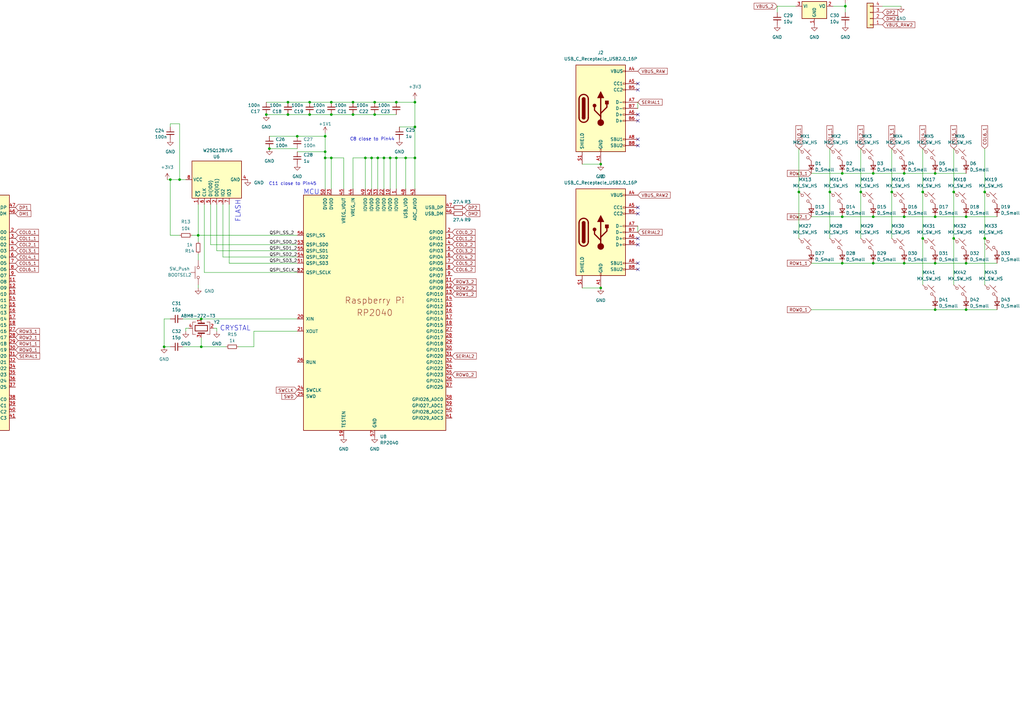
<source format=kicad_sch>
(kicad_sch (version 20231120) (generator "eeschema") (generator_version "8.0")
  (paper "A3")
  (junction (at -111.76 142.24))
  (junction (at -96.52 130.81))
  (junction (at 135.89 46.99))
  (junction (at 166.37 64.77))
  (junction (at 403.86 97.79))
  (junction (at 271.78 -34.29))
  (junction (at -43.18 41.91))
  (junction (at -26.67 64.77))
  (junction (at 497.84 107.95))
  (junction (at 162.56 -15.24))
  (junction (at 383.54 127))
  (junction (at 396.24 127))
  (junction (at 505.46 78.74))
  (junction (at 365.76 78.74))
  (junction (at 246.38 118.11))
  (junction (at 485.14 71.12))
  (junction (at 153.67 46.99))
  (junction (at 492.76 78.74))
  (junction (at 454.66 97.79))
  (junction (at 81.28 96.52))
  (junction (at -109.22 73.66))
  (junction (at 346.71 2.54))
  (junction (at 459.74 125.73))
  (junction (at 396.24 88.9))
  (junction (at 383.54 107.95))
  (junction (at 133.35 55.88))
  (junction (at -60.96 41.91))
  (junction (at 391.16 78.74))
  (junction (at 472.44 88.9))
  (junction (at 358.14 88.9))
  (junction (at 383.54 71.12))
  (junction (at 67.31 142.24))
  (junction (at 121.92 55.88))
  (junction (at -60.96 46.99))
  (junction (at -43.18 64.77))
  (junction (at 144.78 41.91))
  (junction (at 340.36 78.74))
  (junction (at 396.24 107.95))
  (junction (at -52.07 46.99))
  (junction (at 485.14 88.9))
  (junction (at 162.56 41.91))
  (junction (at 82.55 130.81))
  (junction (at -8.89 64.77))
  (junction (at 370.84 71.12))
  (junction (at -16.51 64.77))
  (junction (at 170.18 52.07))
  (junction (at 429.26 78.74))
  (junction (at -24.13 64.77))
  (junction (at 467.36 78.74))
  (junction (at 403.86 78.74))
  (junction (at -25.4 46.99))
  (junction (at -12.7 64.77))
  (junction (at -8.89 41.91))
  (junction (at 177.8 -34.29))
  (junction (at 441.96 78.74))
  (junction (at 378.46 97.79))
  (junction (at -45.72 55.88))
  (junction (at 133.35 64.77))
  (junction (at 447.04 107.95))
  (junction (at 358.14 71.12))
  (junction (at 118.11 41.91))
  (junction (at 157.48 64.77))
  (junction (at 383.54 88.9))
  (junction (at -29.21 64.77))
  (junction (at 153.67 41.91))
  (junction (at -96.52 142.24))
  (junction (at 378.46 78.74))
  (junction (at 345.44 107.95))
  (junction (at 497.84 88.9))
  (junction (at 370.84 88.9))
  (junction (at 170.18 64.77))
  (junction (at 454.66 78.74))
  (junction (at 447.04 88.9))
  (junction (at -16.51 41.91))
  (junction (at 149.86 64.77))
  (junction (at -34.29 41.91))
  (junction (at -21.59 64.77))
  (junction (at 82.55 142.24))
  (junction (at 69.85 73.66))
  (junction (at 345.44 71.12))
  (junction (at -68.58 60.96))
  (junction (at -34.29 46.99))
  (junction (at 459.74 107.95))
  (junction (at -52.07 41.91))
  (junction (at 135.89 64.77))
  (junction (at 429.26 97.79))
  (junction (at -25.4 41.91))
  (junction (at 118.11 46.99))
  (junction (at 447.04 125.73))
  (junction (at -43.18 46.99))
  (junction (at 358.14 107.95))
  (junction (at -57.15 55.88))
  (junction (at 497.84 71.12))
  (junction (at 127 46.99))
  (junction (at 162.56 64.77))
  (junction (at 459.74 88.9))
  (junction (at 345.44 88.9))
  (junction (at -105.41 73.66))
  (junction (at 127 41.91))
  (junction (at 370.84 107.95))
  (junction (at 144.78 46.99))
  (junction (at 154.94 64.77))
  (junction (at 133.35 62.23))
  (junction (at -97.79 96.52))
  (junction (at 246.38 67.31))
  (junction (at -45.72 64.77))
  (junction (at 73.66 73.66))
  (junction (at 152.4 64.77))
  (junction (at -19.05 64.77))
  (junction (at 441.96 97.79))
  (junction (at 391.16 97.79))
  (junction (at 160.02 64.77))
  (junction (at 110.49 60.96))
  (junction (at 472.44 107.95))
  (junction (at 177.8 -39.37))
  (junction (at 459.74 71.12))
  (junction (at 353.06 78.74))
  (junction (at 480.06 78.74))
  (junction (at 135.89 41.91))
  (junction (at 485.14 107.95))
  (junction (at 170.18 41.91))
  (junction (at 193.04 -45.72))
  (junction (at -69.85 46.99))
  (junction (at -45.72 62.23))
  (junction (at 109.22 46.99))
  (junction (at 472.44 71.12))
  (junction (at -8.89 52.07))
  (junction (at 327.66 78.74))
  (no_connect (at 261.62 57.15))
  (no_connect (at 261.62 34.29))
  (no_connect (at 261.62 59.69))
  (no_connect (at 177.8 -25.4))
  (no_connect (at 261.62 100.33))
  (no_connect (at 261.62 46.99))
  (no_connect (at 261.62 87.63))
  (no_connect (at 261.62 36.83))
  (no_connect (at 261.62 49.53))
  (no_connect (at 261.62 97.79))
  (no_connect (at 261.62 110.49))
  (no_connect (at 261.62 107.95))
  (no_connect (at 177.8 -22.86))
  (no_connect (at 261.62 85.09))
  (wire (pts (xy -45.72 54.61) (xy -45.72 55.88)))
  (wire (pts (xy 170.18 40.64) (xy 170.18 41.91)))
  (wire (pts (xy -19.05 64.77) (xy -16.51 64.77)))
  (wire (pts (xy 332.74 127) (xy 383.54 127)))
  (wire (pts (xy 154.94 64.77) (xy 157.48 64.77)))
  (wire (pts (xy 177.8 -35.56) (xy 177.8 -34.29)))
  (wire (pts (xy 170.18 41.91) (xy 170.18 52.07)))
  (wire (pts (xy 429.26 78.74) (xy 429.26 97.79)))
  (wire (pts (xy 91.44 105.41) (xy 121.92 105.41)))
  (wire (pts (xy 467.36 78.74) (xy 467.36 97.79)))
  (wire (pts (xy 86.36 83.82) (xy 86.36 100.33)))
  (wire (pts (xy 127 46.99) (xy 135.89 46.99)))
  (wire (pts (xy 472.44 71.12) (xy 485.14 71.12)))
  (wire (pts (xy 246.38 67.31) (xy 238.76 67.31)))
  (wire (pts (xy 133.35 62.23) (xy 121.92 62.23)))
  (wire (pts (xy 170.18 41.91) (xy 162.56 41.91)))
  (wire (pts (xy 135.89 64.77) (xy 133.35 64.77)))
  (wire (pts (xy 152.4 64.77) (xy 154.94 64.77)))
  (wire (pts (xy 160.02 64.77) (xy 162.56 64.77)))
  (wire (pts (xy 69.85 73.66) (xy 73.66 73.66)))
  (wire (pts (xy 480.06 60.96) (xy 480.06 78.74)))
  (wire (pts (xy 193.04 -48.26) (xy 193.04 -45.72)))
  (wire (pts (xy 144.78 77.47) (xy 144.78 64.77)))
  (wire (pts (xy -60.96 41.91) (xy -69.85 41.91)))
  (wire (pts (xy 82.55 142.24) (xy 74.93 142.24)))
  (wire (pts (xy 177.8 -40.64) (xy 177.8 -39.37)))
  (wire (pts (xy 454.66 97.79) (xy 454.66 115.57)))
  (wire (pts (xy 472.44 107.95) (xy 485.14 107.95)))
  (wire (pts (xy 140.97 64.77) (xy 135.89 64.77)))
  (wire (pts (xy 459.74 107.95) (xy 472.44 107.95)))
  (wire (pts (xy -52.07 41.91) (xy -60.96 41.91)))
  (wire (pts (xy -109.22 130.81) (xy -111.76 130.81)))
  (wire (pts (xy 133.35 62.23) (xy 133.35 64.77)))
  (wire (pts (xy 447.04 71.12) (xy 459.74 71.12)))
  (wire (pts (xy 383.54 88.9) (xy 396.24 88.9)))
  (wire (pts (xy 69.85 50.8) (xy 69.85 52.07)))
  (wire (pts (xy 383.54 107.95) (xy 396.24 107.95)))
  (wire (pts (xy 505.46 60.96) (xy 505.46 78.74)))
  (wire (pts (xy 154.94 64.77) (xy 154.94 77.47)))
  (wire (pts (xy 378.46 97.79) (xy 378.46 116.84)))
  (wire (pts (xy 396.24 127) (xy 408.94 127)))
  (wire (pts (xy 76.2 134.62) (xy 76.2 135.89)))
  (wire (pts (xy -8.89 52.07) (xy -8.89 64.77)))
  (wire (pts (xy 378.46 60.96) (xy 378.46 78.74)))
  (wire (pts (xy 327.66 60.96) (xy 327.66 78.74)))
  (wire (pts (xy 391.16 60.96) (xy 391.16 78.74)))
  (wire (pts (xy -97.79 118.11) (xy -97.79 116.84)))
  (wire (pts (xy -12.7 64.77) (xy -12.7 77.47)))
  (wire (pts (xy 135.89 41.91) (xy 127 41.91)))
  (wire (pts (xy 97.79 142.24) (xy 104.14 142.24)))
  (wire (pts (xy 162.56 64.77) (xy 166.37 64.77)))
  (wire (pts (xy 434.34 88.9) (xy 447.04 88.9)))
  (wire (pts (xy -26.67 64.77) (xy -26.67 77.47)))
  (wire (pts (xy -111.76 142.24) (xy -109.22 142.24)))
  (wire (pts (xy 153.67 41.91) (xy 144.78 41.91)))
  (wire (pts (xy -24.13 64.77) (xy -21.59 64.77)))
  (wire (pts (xy 492.76 60.96) (xy 492.76 78.74)))
  (wire (pts (xy 403.86 97.79) (xy 403.86 116.84)))
  (wire (pts (xy -8.89 40.64) (xy -8.89 41.91)))
  (wire (pts (xy 485.14 88.9) (xy 497.84 88.9)))
  (wire (pts (xy 341.63 2.54) (xy 346.71 2.54)))
  (wire (pts (xy -12.7 64.77) (xy -8.89 64.77)))
  (wire (pts (xy 77.47 134.62) (xy 76.2 134.62)))
  (wire (pts (xy -97.79 99.06) (xy -97.79 96.52)))
  (wire (pts (xy -87.63 105.41) (xy -57.15 105.41)))
  (wire (pts (xy 459.74 71.12) (xy 472.44 71.12)))
  (wire (pts (xy 162.56 64.77) (xy 162.56 77.47)))
  (wire (pts (xy 497.84 107.95) (xy 510.54 107.95)))
  (wire (pts (xy 447.04 88.9) (xy 459.74 88.9)))
  (wire (pts (xy 170.18 52.07) (xy 170.18 64.77)))
  (wire (pts (xy 157.48 64.77) (xy 157.48 77.47)))
  (wire (pts (xy -43.18 64.77) (xy -45.72 64.77)))
  (wire (pts (xy 383.54 127) (xy 396.24 127)))
  (wire (pts (xy -38.1 77.47) (xy -38.1 64.77)))
  (wire (pts (xy -8.89 41.91) (xy -16.51 41.91)))
  (wire (pts (xy 378.46 78.74) (xy 378.46 97.79)))
  (wire (pts (xy -8.89 64.77) (xy -8.89 77.47)))
  (wire (pts (xy 162.56 -15.24) (xy 154.94 -15.24)))
  (wire (pts (xy -105.41 73.66) (xy -102.87 73.66)))
  (wire (pts (xy -95.25 83.82) (xy -95.25 111.76)))
  (wire (pts (xy -57.15 55.88) (xy -68.58 55.88)))
  (wire (pts (xy 118.11 46.99) (xy 127 46.99)))
  (wire (pts (xy 144.78 64.77) (xy 149.86 64.77)))
  (wire (pts (xy 485.14 71.12) (xy 497.84 71.12)))
  (wire (pts (xy 447.04 125.73) (xy 459.74 125.73)))
  (wire (pts (xy 177.8 -53.34) (xy 182.88 -53.34)))
  (wire (pts (xy 441.96 97.79) (xy 441.96 115.57)))
  (wire (pts (xy 472.44 88.9) (xy 485.14 88.9)))
  (wire (pts (xy 318.77 2.54) (xy 318.77 5.08)))
  (wire (pts (xy 166.37 64.77) (xy 170.18 64.77)))
  (wire (pts (xy 81.28 104.14) (xy 81.28 106.68)))
  (wire (pts (xy 166.37 64.77) (xy 166.37 77.47)))
  (wire (pts (xy 69.85 96.52) (xy 73.66 96.52)))
  (wire (pts (xy -34.29 77.47) (xy -34.29 64.77)))
  (wire (pts (xy 87.63 134.62) (xy 88.9 134.62)))
  (wire (pts (xy 370.84 71.12) (xy 383.54 71.12)))
  (wire (pts (xy 88.9 83.82) (xy 88.9 102.87)))
  (wire (pts (xy 78.74 96.52) (xy 81.28 96.52)))
  (wire (pts (xy 149.86 64.77) (xy 149.86 77.47)))
  (wire (pts (xy 332.74 88.9) (xy 345.44 88.9)))
  (wire (pts (xy -26.67 64.77) (xy -24.13 64.77)))
  (wire (pts (xy 135.89 46.99) (xy 144.78 46.99)))
  (wire (pts (xy 135.89 64.77) (xy 135.89 77.47)))
  (wire (pts (xy 243.84 -34.29) (xy 251.46 -34.29)))
  (wire (pts (xy -74.93 135.89) (xy -57.15 135.89)))
  (wire (pts (xy -68.58 60.96) (xy -57.15 60.96)))
  (wire (pts (xy -104.14 130.81) (xy -96.52 130.81)))
  (wire (pts (xy -21.59 64.77) (xy -21.59 77.47)))
  (wire (pts (xy 459.74 88.9) (xy 472.44 88.9)))
  (wire (pts (xy -110.49 73.66) (xy -109.22 73.66)))
  (wire (pts (xy 82.55 130.81) (xy 121.92 130.81)))
  (wire (pts (xy 162.56 41.91) (xy 153.67 41.91)))
  (wire (pts (xy 121.92 55.88) (xy 110.49 55.88)))
  (wire (pts (xy 133.35 55.88) (xy 133.35 62.23)))
  (wire (pts (xy 391.16 78.74) (xy 391.16 97.79)))
  (wire (pts (xy 345.44 88.9) (xy 358.14 88.9)))
  (wire (pts (xy 69.85 130.81) (xy 67.31 130.81)))
  (wire (pts (xy 345.44 107.95) (xy 358.14 107.95)))
  (wire (pts (xy 396.24 88.9) (xy 408.94 88.9)))
  (wire (pts (xy 82.55 138.43) (xy 82.55 142.24)))
  (wire (pts (xy 403.86 78.74) (xy 403.86 97.79)))
  (wire (pts (xy 261.62 92.71) (xy 261.62 95.25)))
  (wire (pts (xy 153.67 46.99) (xy 162.56 46.99)))
  (wire (pts (xy -45.72 55.88) (xy -57.15 55.88)))
  (wire (pts (xy 434.34 107.95) (xy 447.04 107.95)))
  (wire (pts (xy -45.72 62.23) (xy -45.72 64.77)))
  (wire (pts (xy 144.78 41.91) (xy 135.89 41.91)))
  (wire (pts (xy 454.66 78.74) (xy 454.66 97.79)))
  (wire (pts (xy 345.44 71.12) (xy 358.14 71.12)))
  (wire (pts (xy 361.95 2.54) (xy 369.57 2.54)))
  (wire (pts (xy -91.44 134.62) (xy -90.17 134.62)))
  (wire (pts (xy 447.04 107.95) (xy 459.74 107.95)))
  (wire (pts (xy 88.9 102.87) (xy 121.92 102.87)))
  (wire (pts (xy 81.28 118.11) (xy 81.28 116.84)))
  (wire (pts (xy 133.35 54.61) (xy 133.35 55.88)))
  (wire (pts (xy 160.02 64.77) (xy 160.02 77.47)))
  (wire (pts (xy 266.7 -34.29) (xy 271.78 -34.29)))
  (wire (pts (xy -60.96 46.99) (xy -52.07 46.99)))
  (wire (pts (xy 271.78 -34.29) (xy 271.78 -31.75)))
  (wire (pts (xy 358.14 107.95) (xy 370.84 107.95)))
  (wire (pts (xy -109.22 73.66) (xy -105.41 73.66)))
  (wire (pts (xy -96.52 130.81) (xy -57.15 130.81)))
  (wire (pts (xy -8.89 52.07) (xy -15.24 52.07)))
  (wire (pts (xy -34.29 64.77) (xy -29.21 64.77)))
  (wire (pts (xy 497.84 88.9) (xy 510.54 88.9)))
  (wire (pts (xy -34.29 41.91) (xy -43.18 41.91)))
  (wire (pts (xy 365.76 78.74) (xy 365.76 97.79)))
  (wire (pts (xy -45.72 62.23) (xy -57.15 62.23)))
  (wire (pts (xy 510.54 125.73) (xy 459.74 125.73)))
  (wire (pts (xy -90.17 102.87) (xy -57.15 102.87)))
  (wire (pts (xy -100.33 96.52) (xy -97.79 96.52)))
  (wire (pts (xy -21.59 64.77) (xy -19.05 64.77)))
  (wire (pts (xy 81.28 99.06) (xy 81.28 96.52)))
  (wire (pts (xy 83.82 111.76) (xy 121.92 111.76)))
  (wire (pts (xy -38.1 64.77) (xy -43.18 64.77)))
  (wire (pts (xy -92.71 100.33) (xy -57.15 100.33)))
  (wire (pts (xy 429.26 60.96) (xy 429.26 78.74)))
  (wire (pts (xy -19.05 64.77) (xy -19.05 77.47)))
  (wire (pts (xy 109.22 46.99) (xy 118.11 46.99)))
  (wire (pts (xy 68.58 73.66) (xy 69.85 73.66)))
  (wire (pts (xy 127 41.91) (xy 118.11 41.91)))
  (wire (pts (xy -16.51 64.77) (xy -12.7 64.77)))
  (wire (pts (xy 177.8 -34.29) (xy 177.8 -33.02)))
  (wire (pts (xy 177.8 -39.37) (xy 177.8 -38.1)))
  (wire (pts (xy -43.18 46.99) (xy -34.29 46.99)))
  (wire (pts (xy -109.22 50.8) (xy -109.22 52.07)))
  (wire (pts (xy 82.55 142.24) (xy 92.71 142.24)))
  (wire (pts (xy -43.18 64.77) (xy -43.18 77.47)))
  (wire (pts (xy -92.71 83.82) (xy -92.71 100.33)))
  (wire (pts (xy -90.17 134.62) (xy -90.17 135.89)))
  (wire (pts (xy -97.79 96.52) (xy -57.15 96.52)))
  (wire (pts (xy 182.88 -45.72) (xy 193.04 -45.72)))
  (wire (pts (xy 170.18 64.77) (xy 170.18 77.47)))
  (wire (pts (xy 353.06 78.74) (xy 353.06 97.79)))
  (wire (pts (xy 403.86 60.96) (xy 403.86 78.74)))
  (wire (pts (xy 340.36 60.96) (xy 340.36 78.74)))
  (wire (pts (xy -109.22 50.8) (xy -105.41 50.8)))
  (wire (pts (xy -25.4 41.91) (xy -34.29 41.91)))
  (wire (pts (xy 383.54 71.12) (xy 396.24 71.12)))
  (wire (pts (xy 332.74 71.12) (xy 345.44 71.12)))
  (wire (pts (xy -96.52 138.43) (xy -96.52 142.24)))
  (wire (pts (xy -97.79 104.14) (xy -97.79 106.68)))
  (wire (pts (xy 327.66 78.74) (xy 327.66 97.79)))
  (wire (pts (xy -95.25 111.76) (xy -57.15 111.76)))
  (wire (pts (xy 353.06 60.96) (xy 353.06 78.74)))
  (wire (pts (xy -43.18 41.91) (xy -52.07 41.91)))
  (wire (pts (xy 485.14 107.95) (xy 497.84 107.95)))
  (wire (pts (xy -69.85 46.99) (xy -60.96 46.99)))
  (wire (pts (xy -111.76 130.81) (xy -111.76 142.24)))
  (wire (pts (xy 391.16 97.79) (xy 391.16 116.84)))
  (wire (pts (xy 492.76 78.74) (xy 492.76 97.79)))
  (wire (pts (xy 261.62 44.45) (xy 261.62 41.91)))
  (wire (pts (xy 149.86 64.77) (xy 152.4 64.77)))
  (wire (pts (xy -102.87 134.62) (xy -102.87 135.89)))
  (wire (pts (xy -109.22 96.52) (xy -105.41 96.52)))
  (wire (pts (xy 332.74 107.95) (xy 345.44 107.95)))
  (wire (pts (xy 73.66 73.66) (xy 73.66 50.8)))
  (wire (pts (xy 104.14 135.89) (xy 121.92 135.89)))
  (wire (pts (xy 118.11 41.91) (xy 109.22 41.91)))
  (wire (pts (xy -97.79 96.52) (xy -97.79 83.82)))
  (wire (pts (xy -8.89 41.91) (xy -8.89 52.07)))
  (wire (pts (xy 358.14 88.9) (xy 370.84 88.9)))
  (wire (pts (xy 170.18 52.07) (xy 163.83 52.07)))
  (wire (pts (xy 86.36 100.33) (xy 121.92 100.33)))
  (wire (pts (xy 441.96 60.96) (xy 441.96 78.74)))
  (wire (pts (xy 358.14 71.12) (xy 370.84 71.12)))
  (wire (pts (xy -24.13 64.77) (xy -24.13 77.47)))
  (wire (pts (xy 81.28 96.52) (xy 121.92 96.52)))
  (wire (pts (xy 429.26 97.79) (xy 429.26 115.57)))
  (wire (pts (xy 497.84 71.12) (xy 510.54 71.12)))
  (wire (pts (xy -85.09 107.95) (xy -57.15 107.95)))
  (wire (pts (xy -25.4 46.99) (xy -16.51 46.99)))
  (wire (pts (xy 69.85 96.52) (xy 69.85 73.66)))
  (wire (pts (xy -16.51 64.77) (xy -16.51 77.47)))
  (wire (pts (xy 93.98 107.95) (xy 121.92 107.95)))
  (wire (pts (xy 140.97 77.47) (xy 140.97 64.77)))
  (wire (pts (xy 133.35 64.77) (xy 133.35 77.47)))
  (wire (pts (xy -96.52 142.24) (xy -86.36 142.24)))
  (wire (pts (xy -85.09 83.82) (xy -85.09 107.95)))
  (wire (pts (xy -52.07 46.99) (xy -43.18 46.99)))
  (wire (pts (xy 67.31 130.81) (xy 67.31 142.24)))
  (wire (pts (xy -29.21 64.77) (xy -29.21 77.47)))
  (wire (pts (xy 243.84 -34.29) (xy 243.84 -31.75)))
  (wire (pts (xy 340.36 78.74) (xy 340.36 97.79)))
  (wire (pts (xy -109.22 96.52) (xy -109.22 73.66)))
  (wire (pts (xy -101.6 134.62) (xy -102.87 134.62)))
  (wire (pts (xy 157.48 64.77) (xy 160.02 64.77)))
  (wire (pts (xy -16.51 41.91) (xy -25.4 41.91)))
  (wire (pts (xy -45.72 64.77) (xy -45.72 77.47)))
  (wire (pts (xy 67.31 142.24) (xy 69.85 142.24)))
  (wire (pts (xy 104.14 142.24) (xy 104.14 135.89)))
  (wire (pts (xy 346.71 2.54) (xy 346.71 5.08)))
  (wire (pts (xy -87.63 83.82) (xy -87.63 105.41)))
  (wire (pts (xy 93.98 83.82) (xy 93.98 107.95)))
  (wire (pts (xy 182.88 -48.26) (xy 193.04 -48.26)))
  (wire (pts (xy 441.96 78.74) (xy 441.96 97.79)))
  (wire (pts (xy 81.28 96.52) (xy 81.28 83.82)))
  (wire (pts (xy 318.77 2.54) (xy 326.39 2.54)))
  (wire (pts (xy 271.78 -35.56) (xy 271.78 -34.29)))
  (wire (pts (xy 162.56 -12.7) (xy 162.56 -15.24)))
  (wire (pts (xy 434.34 125.73) (xy 447.04 125.73)))
  (wire (pts (xy 110.49 60.96) (xy 121.92 60.96)))
  (wire (pts (xy 365.76 60.96) (xy 365.76 78.74)))
  (wire (pts (xy 346.71 1.27) (xy 346.71 2.54)))
  (wire (pts (xy 83.82 83.82) (xy 83.82 111.76)))
  (wire (pts (xy 396.24 107.95) (xy 408.94 107.95)))
  (wire (pts (xy 246.38 118.11) (xy 238.76 118.11)))
  (wire (pts (xy -74.93 142.24) (xy -74.93 135.89)))
  (wire (pts (xy -45.72 55.88) (xy -45.72 62.23)))
  (wire (pts (xy 74.93 130.81) (xy 82.55 130.81)))
  (wire (pts (xy 370.84 88.9) (xy 383.54 88.9)))
  (wire (pts (xy 133.35 55.88) (xy 121.92 55.88)))
  (wire (pts (xy -81.28 142.24) (xy -74.93 142.24)))
  (wire (pts (xy 370.84 107.95) (xy 383.54 107.95)))
  (wire (pts (xy 144.78 46.99) (xy 153.67 46.99)))
  (wire (pts (xy -90.17 83.82) (xy -90.17 102.87)))
  (wire (pts (xy -29.21 64.77) (xy -26.67 64.77)))
  (wire (pts (xy 467.36 60.96) (xy 467.36 78.74)))
  (wire (pts (xy -105.41 73.66) (xy -105.41 50.8)))
  (wire (pts (xy -96.52 142.24) (xy -104.14 142.24)))
  (wire (pts (xy 152.4 64.77) (xy 152.4 77.47)))
  (wire (pts (xy 88.9 134.62) (xy 88.9 135.89)))
  (wire (pts (xy -34.29 46.99) (xy -25.4 46.99)))
  (wire (pts (xy 73.66 73.66) (xy 76.2 73.66)))
  (wire (pts (xy 91.44 83.82) (xy 91.44 105.41)))
  (wire (pts (xy 505.46 78.74) (xy 505.46 97.79)))
  (wire (pts (xy 454.66 60.96) (xy 454.66 78.74)))
  (wire (pts (xy 69.85 50.8) (xy 73.66 50.8)))
  (wire (pts (xy 480.06 78.74) (xy 480.06 97.79)))
  (text "C11 close to Pin45\n" (at -68.834 76.2 0) (effects (font (size 1.3 1.3)) (justify left bottom)))
  (text "MCU" (at -54.61 80.01 0) (effects (font (size 2 2)) (justify left bottom)))
  (text "CRYSTAL\n" (at -88.9 135.89 0) (effects (font (size 2 2)) (justify left bottom)))
  (text "POWER" (at 176.022 -63.5 0) (effects (font (size 2 2)) (justify left bottom)))
  (text "CRYSTAL\n" (at 90.17 135.89 0) (effects (font (size 2 2)) (justify left bottom)))
  (text "FLASH" (at 98.806 91.186 90) (effects (font (size 2 2)) (justify left bottom)))
  (text "MCU" (at 124.46 80.01 0) (effects (font (size 2 2)) (justify left bottom)))
  (text "C8 close to Pin44\n" (at 143.51 57.912 0) (effects (font (size 1.3 1.3)) (justify left bottom)))
  (text "R1 R2 close to RP2040\n" (at 185.42 -35.814 0) (effects (font (size 1.3 1.3)) (justify left bottom)))
  (text "C8 close to Pin44\n" (at -35.56 57.912 0) (effects (font (size 1.3 1.3)) (justify left bottom)))
  (text "FLASH" (at -80.264 91.186 90) (effects (font (size 2 2)) (justify left bottom)))
  (text "C11 close to Pin45\n" (at 110.236 76.2 0) (effects (font (size 1.3 1.3)) (justify left bottom)))
  (label "QSPI_SS" (at -68.58 96.52 0))
  (label "QSPI_SD1" (at -68.58 102.87 0))
  (label "QSPI_SD2_2" (at 110.49 105.41 0))
  (label "QSPI_SCLK" (at -68.58 111.76 0))
  (label "QSPI_SS_2" (at 110.49 96.52 0))
  (label "QSPI_SD2" (at -68.58 105.41 0))
  (label "QSPI_SD0" (at -68.58 100.33 0))
  (label "QSPI_SD3" (at -68.58 107.95 0))
  (label "QSPI_SD1_2" (at 110.49 102.87 0))
  (label "QSPI_SCLK_2" (at 110.49 111.76 0))
  (label "QSPI_SD3_2" (at 110.49 107.95 0))
  (label "QSPI_SD0_2" (at 110.49 100.33 0))
  (global_label "DM1" (shape input) (at 182.88 -39.37 0) (property "Intersheetrefs" "${INTERSHEET_REFS}" (effects (hide yes))))
  (global_label "VBUS" (shape input) (at 187.96 -53.34 0) (property "Intersheetrefs" "${INTERSHEET_REFS}" (effects (hide yes))))
  (global_label "DM2" (shape input) (at 361.95 7.62 0) (property "Intersheetrefs" "${INTERSHEET_REFS}" (effects (hide yes))))
  (global_label "DP2" (shape input) (at 190.5 85.09 0) (property "Intersheetrefs" "${INTERSHEET_REFS}" (effects (hide yes))))
  (global_label "ROW0_1" (shape input) (at 6.35 143.51 0) (property "Intersheetrefs" "${INTERSHEET_REFS}" (effects (hide yes))))
  (global_label "VBUS_RAW2" (shape input) (at 358.14 -36.83 180) (property "Intersheetrefs" "${INTERSHEET_REFS}" (effects (hide yes))))
  (global_label "ROW2_2" (shape input) (at 185.42 118.11 0) (property "Intersheetrefs" "${INTERSHEET_REFS}" (effects (hide yes))))
  (global_label "DP1" (shape input) (at 182.88 -34.29 0) (property "Intersheetrefs" "${INTERSHEET_REFS}" (effects (hide yes))))
  (global_label "COL3_2" (shape input) (at 185.42 102.87 0) (property "Intersheetrefs" "${INTERSHEET_REFS}" (effects (hide yes))))
  (global_label "ROW2_1" (shape input) (at 6.35 138.43 0) (property "Intersheetrefs" "${INTERSHEET_REFS}" (effects (hide yes))))
  (global_label "ROW1_2" (shape input) (at 510.54 107.95 0) (property "Intersheetrefs" "${INTERSHEET_REFS}" (effects (hide yes))))
  (global_label "VBUS_RAW2" (shape input) (at 361.95 10.16 0) (property "Intersheetrefs" "${INTERSHEET_REFS}" (effects (hide yes))))
  (global_label "COL1_2" (shape input) (at 441.96 60.96 90) (property "Intersheetrefs" "${INTERSHEET_REFS}" (effects (hide yes))))
  (global_label "VBUS_RAW" (shape input) (at 261.62 29.21 0) (property "Intersheetrefs" "${INTERSHEET_REFS}" (effects (hide yes))))
  (global_label "ROW1_1" (shape input) (at 332.74 107.95 180) (property "Intersheetrefs" "${INTERSHEET_REFS}" (effects (hide yes))))
  (global_label "VBUS_RAW2" (shape input) (at 261.62 80.01 0) (property "Intersheetrefs" "${INTERSHEET_REFS}" (effects (hide yes))))
  (global_label "DP2" (shape input) (at 361.95 5.08 0) (property "Intersheetrefs" "${INTERSHEET_REFS}" (effects (hide yes))))
  (global_label "COL2_1" (shape input) (at 353.06 60.96 90) (property "Intersheetrefs" "${INTERSHEET_REFS}" (effects (hide yes))))
  (global_label "COL4_1" (shape input) (at 378.46 60.96 90) (property "Intersheetrefs" "${INTERSHEET_REFS}" (effects (hide yes))))
  (global_label "COL0_2" (shape input) (at 429.26 60.96 90) (property "Intersheetrefs" "${INTERSHEET_REFS}" (effects (hide yes))))
  (global_label "SERIAL1" (shape input) (at 6.35 146.05 0) (property "Intersheetrefs" "${INTERSHEET_REFS}" (effects (hide yes))))
  (global_label "COL0_1" (shape input) (at 327.66 60.96 90) (property "Intersheetrefs" "${INTERSHEET_REFS}" (effects (hide yes))))
  (global_label "DP1" (shape input) (at 6.35 85.09 0) (property "Intersheetrefs" "${INTERSHEET_REFS}" (effects (hide yes))))
  (global_label "ROW3_1" (shape input) (at 6.35 135.89 0) (property "Intersheetrefs" "${INTERSHEET_REFS}" (effects (hide yes))))
  (global_label "SWCLK" (shape input) (at 121.92 160.02 180) (property "Intersheetrefs" "${INTERSHEET_REFS}" (effects (hide yes))))
  (global_label "COL1_1" (shape input) (at 6.35 97.79 0) (property "Intersheetrefs" "${INTERSHEET_REFS}" (effects (hide yes))))
  (global_label "COL5_1" (shape input) (at 6.35 107.95 0) (property "Intersheetrefs" "${INTERSHEET_REFS}" (effects (hide yes))))
  (global_label "VBUS_RAW" (shape input) (at 179.07 -53.34 90) (property "Intersheetrefs" "${INTERSHEET_REFS}" (effects (hide yes))))
  (global_label "COL5_2" (shape input) (at 185.42 107.95 0) (property "Intersheetrefs" "${INTERSHEET_REFS}" (effects (hide yes))))
  (global_label "ROW2_2" (shape input) (at 510.54 88.9 0) (property "Intersheetrefs" "${INTERSHEET_REFS}" (effects (hide yes))))
  (global_label "VBUS_2" (shape input) (at 363.22 -36.83 0) (property "Intersheetrefs" "${INTERSHEET_REFS}" (effects (hide yes))))
  (global_label "COL0_2" (shape input) (at 185.42 95.25 0) (property "Intersheetrefs" "${INTERSHEET_REFS}" (effects (hide yes))))
  (global_label "VBUS" (shape input) (at 243.84 -34.29 180) (property "Intersheetrefs" "${INTERSHEET_REFS}" (effects (hide yes))))
  (global_label "SWD" (shape input) (at 121.92 162.56 180) (property "Intersheetrefs" "${INTERSHEET_REFS}" (effects (hide yes))))
  (global_label "ROW1_2" (shape input) (at 185.42 120.65 0) (property "Intersheetrefs" "${INTERSHEET_REFS}" (effects (hide yes))))
  (global_label "COL0_1" (shape input) (at 6.35 95.25 0) (property "Intersheetrefs" "${INTERSHEET_REFS}" (effects (hide yes))))
  (global_label "SERIAL2" (shape input) (at 261.62 95.25 0) (property "Intersheetrefs" "${INTERSHEET_REFS}" (effects (hide yes))))
  (global_label "ROW0_1" (shape input) (at 332.74 127 180) (property "Intersheetrefs" "${INTERSHEET_REFS}" (effects (hide yes))))
  (global_label "ROW0_2" (shape input) (at 185.42 153.67 0) (property "Intersheetrefs" "${INTERSHEET_REFS}" (effects (hide yes))))
  (global_label "COL5_2" (shape input) (at 492.76 60.96 90) (property "Intersheetrefs" "${INTERSHEET_REFS}" (effects (hide yes))))
  (global_label "VBUS_2" (shape input) (at 318.77 2.54 180) (property "Intersheetrefs" "${INTERSHEET_REFS}" (effects (hide yes))))
  (global_label "COL5_1" (shape input) (at 391.16 60.96 90) (property "Intersheetrefs" "${INTERSHEET_REFS}" (effects (hide yes))))
  (global_label "SERIAL1" (shape input) (at 261.62 41.91 0) (property "Intersheetrefs" "${INTERSHEET_REFS}" (effects (hide yes))))
  (global_label "ROW2_1" (shape input) (at 332.74 88.9 180) (property "Intersheetrefs" "${INTERSHEET_REFS}" (effects (hide yes))))
  (global_label "COL6_1" (shape input) (at 403.86 60.96 90) (property "Intersheetrefs" "${INTERSHEET_REFS}" (effects (hide yes))))
  (global_label "COL4_2" (shape input) (at 480.06 60.96 90) (property "Intersheetrefs" "${INTERSHEET_REFS}" (effects (hide yes))))
  (global_label "COL4_2" (shape input) (at 185.42 105.41 0) (property "Intersheetrefs" "${INTERSHEET_REFS}" (effects (hide yes))))
  (global_label "COL2_1" (shape input) (at 6.35 100.33 0) (property "Intersheetrefs" "${INTERSHEET_REFS}" (effects (hide yes))))
  (global_label "ROW3_1" (shape input) (at 332.74 71.12 180) (property "Intersheetrefs" "${INTERSHEET_REFS}" (effects (hide yes))))
  (global_label "COL6_2" (shape input) (at 185.42 110.49 0) (property "Intersheetrefs" "${INTERSHEET_REFS}" (effects (hide yes))))
  (global_label "COL2_2" (shape input) (at 185.42 100.33 0) (property "Intersheetrefs" "${INTERSHEET_REFS}" (effects (hide yes))))
  (global_label "COL1_2" (shape input) (at 185.42 97.79 0) (property "Intersheetrefs" "${INTERSHEET_REFS}" (effects (hide yes))))
  (global_label "COL6_1" (shape input) (at 6.35 110.49 0) (property "Intersheetrefs" "${INTERSHEET_REFS}" (effects (hide yes))))
  (global_label "COL2_2" (shape input) (at 454.66 60.96 90) (property "Intersheetrefs" "${INTERSHEET_REFS}" (effects (hide yes))))
  (global_label "DM1" (shape input) (at 6.35 87.63 0) (property "Intersheetrefs" "${INTERSHEET_REFS}" (effects (hide yes))))
  (global_label "COL3_1" (shape input) (at 6.35 102.87 0) (property "Intersheetrefs" "${INTERSHEET_REFS}" (effects (hide yes))))
  (global_label "ROW1_1" (shape input) (at 6.35 140.97 0) (property "Intersheetrefs" "${INTERSHEET_REFS}" (effects (hide yes))))
  (global_label "ROW0_2" (shape input) (at 510.54 125.73 0) (property "Intersheetrefs" "${INTERSHEET_REFS}" (effects (hide yes))))
  (global_label "ROW3_2" (shape input) (at 185.42 115.57 0) (property "Intersheetrefs" "${INTERSHEET_REFS}" (effects (hide yes))))
  (global_label "SERIAL2" (shape input) (at 185.42 146.05 0) (property "Intersheetrefs" "${INTERSHEET_REFS}" (effects (hide yes))))
  (global_label "COL4_1" (shape input) (at 6.35 105.41 0) (property "Intersheetrefs" "${INTERSHEET_REFS}" (effects (hide yes))))
  (global_label "ROW3_2" (shape input) (at 510.54 71.12 0) (property "Intersheetrefs" "${INTERSHEET_REFS}" (effects (hide yes))))
  (global_label "DM2" (shape input) (at 190.5 87.63 0) (property "Intersheetrefs" "${INTERSHEET_REFS}" (effects (hide yes))))
  (global_label "COL3_1" (shape input) (at 365.76 60.96 90) (property "Intersheetrefs" "${INTERSHEET_REFS}" (effects (hide yes))))
  (global_label "COL6_2" (shape input) (at 505.46 60.96 90) (property "Intersheetrefs" "${INTERSHEET_REFS}" (effects (hide yes))))
  (global_label "COL1_1" (shape input) (at 340.36 60.96 90) (property "Intersheetrefs" "${INTERSHEET_REFS}" (effects (hide yes))))
  (global_label "COL3_2" (shape input) (at 467.36 60.96 90) (property "Intersheetrefs" "${INTERSHEET_REFS}" (effects (hide yes))))
  (symbol (lib_id "power:GND") (at 246.38 118.11 0) (unit 1)
    (property "Reference" "#PWR025" (effects (hide yes)))
    (property "Value" "GND" (at 246.38 123.19 0))
  )
  (symbol (lib_id "Device:D_Small") (at 434.34 86.36 90) (unit 1)
    (property "Reference" "D20" (at 435.864 84.836 90) (effects (justify right)))
    (property "Value" "D_Small" (at 435.864 87.376 90) (effects (justify right)))
    (property "Footprint" "ScottoKeebs_Components:Diode_SOD-123_REF0N1" (effects (hide yes)))
    (property "Description" "Diode, small symbol" (effects (hide yes)))
    (property "Sim.Device" "D" (effects (hide yes)))
    (property "Sim.Pins" "1=K 2=A" (effects (hide yes)))
  )
  (symbol (lib_id "power:+3V3") (at 68.58 73.66 0) (unit 1)
    (property "Reference" "#PWR037" (effects (hide yes)))
    (property "Value" "+3V3" (at 68.58 68.58 0))
  )
  (symbol (lib_id "power:GND") (at 271.78 -26.67 0) (unit 1)
    (property "Reference" "#PWR013" (effects (hide yes)))
    (property "Value" "GND" (at 271.78 -21.59 0))
  )
  (symbol (lib_id "marbastlib-mx:MX_SW_HS") (at 342.9 100.33 0) (unit 1)
    (property "Reference" "MX28" (at 342.9 92.71 0))
    (property "Value" "MX_SW_HS" (at 342.9 95.25 0))
    (property "Footprint" "ScottoKeebs_MX:MX_PCB_1.00u_rounded" (effects (hide yes)))
    (property "Description" "Push button switch, normally open, two pins, 45° tilted" (effects (hide yes)))
  )
  (symbol (lib_id "marbastlib-mx:MX_SW_HS") (at 330.2 100.33 0) (unit 1)
    (property "Reference" "MX27" (at 330.2 92.71 0))
    (property "Value" "MX_SW_HS" (at 330.2 95.25 0))
    (property "Footprint" "ScottoKeebs_MX:MX_PCB_1.00u_rounded" (effects (hide yes)))
    (property "Description" "Push button switch, normally open, two pins, 45° tilted" (effects (hide yes)))
  )
  (symbol (lib_id "Device:C_Small") (at -57.15 64.77 0) (unit 1)
    (property "Reference" "C11" (at -54.61 63.5063 0) (effects (justify left)))
    (property "Value" "1u" (at -54.61 66.0463 0) (effects (justify left)))
    (property "Footprint" "Capacitor_SMD:C_0805_2012Metric" (effects (hide yes)))
  )
  (symbol (lib_id "power:GND") (at 163.83 57.15 0) (unit 1)
    (property "Reference" "#PWR031" (effects (hide yes)))
    (property "Value" "GND" (at 163.83 62.23 0))
  )
  (symbol (lib_id "Device:C_Small") (at -68.58 58.42 0) (unit 1)
    (property "Reference" "C9" (at -66.04 57.1563 0) (effects (justify left)))
    (property "Value" "100n" (at -66.04 59.6963 0) (effects (justify left)))
    (property "Footprint" "Capacitor_SMD:C_0805_2012Metric" (effects (hide yes)))
  )
  (symbol (lib_id "Device:C_Small") (at 318.77 7.62 0) (unit 1)
    (property "Reference" "C29" (at 321.31 6.3563 0) (effects (justify left)))
    (property "Value" "10u" (at 321.31 8.8963 0) (effects (justify left)))
    (property "Footprint" "Capacitor_SMD:C_0805_2012Metric" (effects (hide yes)))
  )
  (symbol (lib_id "marbastlib-mx:MX_SW_HS") (at 482.6 81.28 0) (unit 1)
    (property "Reference" "MX24" (at 482.6 73.66 0))
    (property "Value" "MX_SW_HS" (at 482.6 76.2 0))
    (property "Footprint" "ScottoKeebs_MX:MX_PCB_1.00u_rounded" (effects (hide yes)))
    (property "Description" "Push button switch, normally open, two pins, 45° tilted" (effects (hide yes)))
  )
  (symbol (lib_id "power:GND") (at 162.56 -12.7 0) (unit 1)
    (property "Reference" "#PWR018" (effects (hide yes)))
    (property "Value" "GND" (at 162.56 -7.62 0))
  )
  (symbol (lib_id "marbastlib-mx:MX_SW_HS") (at 355.6 63.5 0) (unit 1)
    (property "Reference" "MX3" (at 355.6 55.88 0))
    (property "Value" "MX_SW_HS" (at 355.6 58.42 0))
    (property "Footprint" "ScottoKeebs_MX:MX_PCB_1.00u_rounded" (effects (hide yes)))
    (property "Description" "Push button switch, normally open, two pins, 45° tilted" (effects (hide yes)))
  )
  (symbol (lib_id "Device:C_Small") (at -43.18 44.45 180) (unit 1)
    (property "Reference" "C4" (at -45.72 45.7137 0) (effects (justify left)))
    (property "Value" "100n" (at -45.72 43.1737 0) (effects (justify left)))
    (property "Footprint" "Capacitor_SMD:C_0805_2012Metric" (effects (hide yes)))
  )
  (symbol (lib_id "Device:C_Small") (at 121.92 58.42 0) (unit 1)
    (property "Reference" "C27" (at 124.46 57.1563 0) (effects (justify left)))
    (property "Value" "100n" (at 124.46 59.6963 0) (effects (justify left)))
    (property "Footprint" "Capacitor_SMD:C_0805_2012Metric" (effects (hide yes)))
  )
  (symbol (lib_id "Device:D_Small") (at 485.14 105.41 90) (unit 1)
    (property "Reference" "D38" (at 486.664 103.886 90) (effects (justify right)))
    (property "Value" "D_Small" (at 486.664 106.426 90) (effects (justify right)))
    (property "Footprint" "ScottoKeebs_Components:Diode_SOD-123_REF0N1" (effects (hide yes)))
    (property "Description" "Diode, small symbol" (effects (hide yes)))
    (property "Sim.Device" "D" (effects (hide yes)))
    (property "Sim.Pins" "1=K 2=A" (effects (hide yes)))
  )
  (symbol (lib_id "Device:C_Small") (at 144.78 44.45 180) (unit 1)
    (property "Reference" "C21" (at 142.24 45.7137 0) (effects (justify left)))
    (property "Value" "100n" (at 142.24 43.1737 0) (effects (justify left)))
    (property "Footprint" "Capacitor_SMD:C_0805_2012Metric" (effects (hide yes)))
  )
  (symbol (lib_id "power:GND") (at 101.6 73.66 0) (unit 1)
    (property "Reference" "#PWR038" (effects (hide yes)))
    (property "Value" "GND" (at 104.14 74.9299 0) (effects (justify left)))
  )
  (symbol (lib_id "power:GND") (at -38.1 179.07 0) (unit 1)
    (property "Reference" "#PWR08" (effects (hide yes)))
    (property "Value" "GND" (at -38.1 184.15 0))
  )
  (symbol (lib_id "power:GND") (at 369.57 2.54 0) (unit 1)
    (property "Reference" "#PWR035" (effects (hide yes)))
    (property "Value" "GND" (at 369.57 7.62 0))
  )
  (symbol (lib_id "Device:D_Small") (at 485.14 68.58 90) (unit 1)
    (property "Reference" "D10" (at 486.664 67.056 90) (effects (justify right)))
    (property "Value" "D_Small" (at 486.664 69.596 90) (effects (justify right)))
    (property "Footprint" "ScottoKeebs_Components:Diode_SOD-123_REF0N1" (effects (hide yes)))
    (property "Description" "Diode, small symbol" (effects (hide yes)))
    (property "Sim.Device" "D" (effects (hide yes)))
    (property "Sim.Pins" "1=K 2=A" (effects (hide yes)))
  )
  (symbol (lib_id "Device:Fuse_Small") (at 185.42 -53.34 0) (unit 1)
    (property "Reference" "F1" (at 185.42 -58.42 0))
    (property "Value" "Fuse_Small" (at 185.42 -55.88 0))
    (property "Footprint" "Fuse:Fuse_0805_2012Metric_Pad1.15x1.40mm_HandSolder" (effects (hide yes)))
    (property "Description" "Fuse, small symbol" (effects (hide yes)))
  )
  (symbol (lib_id "Device:R_Small") (at 180.34 -48.26 90) (unit 1)
    (property "Reference" "R7" (at 183.642 -50.292 90))
    (property "Value" "5.1k" (at 180.34 -50.292 90))
    (property "Footprint" "Resistor_SMD:R_0805_2012Metric" (effects (hide yes)))
  )
  (symbol (lib_id "Device:C_Small") (at -34.29 44.45 180) (unit 1)
    (property "Reference" "C5" (at -36.83 45.7137 0) (effects (justify left)))
    (property "Value" "100n" (at -36.83 43.1737 0) (effects (justify left)))
    (property "Footprint" "Capacitor_SMD:C_0805_2012Metric" (effects (hide yes)))
  )
  (symbol (lib_id "marbastlib-mx:MX_SW_HS") (at 393.7 81.28 0) (unit 1)
    (property "Reference" "MX18" (at 393.7 73.66 0))
    (property "Value" "MX_SW_HS" (at 393.7 76.2 0))
    (property "Footprint" "ScottoKeebs_MX:MX_PCB_1.00u_rounded" (effects (hide yes)))
    (property "Description" "Push button switch, normally open, two pins, 45° tilted" (effects (hide yes)))
  )
  (symbol (lib_id "Device:D_Small") (at 332.74 105.41 90) (unit 1)
    (property "Reference" "D27" (at 334.264 103.886 90) (effects (justify right)))
    (property "Value" "D_Small" (at 334.264 106.426 90) (effects (justify right)))
    (property "Footprint" "ScottoKeebs_Components:Diode_SOD-123_REF0N1" (effects (hide yes)))
    (property "Description" "Diode, small symbol" (effects (hide yes)))
    (property "Sim.Device" "D" (effects (hide yes)))
    (property "Sim.Pins" "1=K 2=A" (effects (hide yes)))
  )
  (symbol (lib_id "Device:C_Small") (at -60.96 44.45 180) (unit 1)
    (property "Reference" "C2" (at -63.5 45.7137 0) (effects (justify left)))
    (property "Value" "100n" (at -63.5 43.1737 0) (effects (justify left)))
    (property "Footprint" "Capacitor_SMD:C_0805_2012Metric" (effects (hide yes)))
  )
  (symbol (lib_id "marbastlib-mx:MX_SW_HS") (at 393.7 63.5 0) (unit 1)
    (property "Reference" "MX6" (at 393.7 55.88 0))
    (property "Value" "MX_SW_HS" (at 393.7 58.42 0))
    (property "Footprint" "ScottoKeebs_MX:MX_PCB_1.00u_rounded" (effects (hide yes)))
    (property "Description" "Push button switch, normally open, two pins, 45° tilted" (effects (hide yes)))
  )
  (symbol (lib_id "power:GND") (at -57.15 67.31 0) (unit 1)
    (property "Reference" "#PWR06" (effects (hide yes)))
    (property "Value" "GND" (at -57.15 72.39 0))
  )
  (symbol (lib_id "marbastlib-mx:MX_SW_HS") (at 406.4 119.38 0) (unit 1)
    (property "Reference" "MX43" (at 406.4 111.76 0))
    (property "Value" "MX_SW_HS" (at 406.4 114.3 0))
    (property "Footprint" "ScottoKeebs_MX:MX_PCB_1.00u_rounded" (effects (hide yes)))
    (property "Description" "Push button switch, normally open, two pins, 45° tilted" (effects (hide yes)))
  )
  (symbol (lib_id "Connector:USB_C_Receptacle_USB2.0_16P") (at 246.38 95.25 0) (unit 1)
    (property "Reference" "J3" (at 246.38 72.39 0))
    (property "Value" "USB_C_Receptacle_USB2.0_16P" (at 246.38 74.93 0))
    (property "Footprint" "Connector_USB:USB_C_Receptacle_GCT_USB4105-xx-A_16P_TopMnt_Horizontal" (effects (hide yes)))
    (property "Datasheet" "https://www.usb.org/sites/default/files/documents/usb_type-c.zip" (effects (hide yes)))
    (property "Description" "USB 2.0-only 16P Type-C Receptacle connector" (effects (hide yes)))
  )
  (symbol (lib_id "power:GND") (at 246.38 67.31 0) (unit 1)
    (property "Reference" "#PWR024" (effects (hide yes)))
    (property "Value" "GND" (at 246.38 72.39 0))
  )
  (symbol (lib_id "Device:D_Small") (at 396.24 68.58 90) (unit 1)
    (property "Reference" "D6" (at 397.764 67.056 90) (effects (justify right)))
    (property "Value" "D_Small" (at 397.764 69.596 90) (effects (justify right)))
    (property "Footprint" "ScottoKeebs_Components:Diode_SOD-123_REF0N1" (effects (hide yes)))
    (property "Description" "Diode, small symbol" (effects (hide yes)))
    (property "Sim.Device" "D" (effects (hide yes)))
    (property "Sim.Pins" "1=K 2=A" (effects (hide yes)))
  )
  (symbol (lib_id "power:GND") (at -25.4 179.07 0) (unit 1)
    (property "Reference" "#PWR09" (effects (hide yes)))
    (property "Value" "GND" (at -25.4 184.15 0))
  )
  (symbol (lib_id "marbastlib-mx:MX_SW_HS") (at 508 63.5 0) (unit 1)
    (property "Reference" "MX12" (at 508 55.88 0))
    (property "Value" "MX_SW_HS" (at 508 58.42 0))
    (property "Footprint" "ScottoKeebs_MX:MX_PCB_1.00u_rounded" (effects (hide yes)))
    (property "Description" "Push button switch, normally open, two pins, 45° tilted" (effects (hide yes)))
  )
  (symbol (lib_id "Device:D_Small") (at 358.14 86.36 90) (unit 1)
    (property "Reference" "D15" (at 359.664 84.836 90) (effects (justify right)))
    (property "Value" "D_Small" (at 359.664 87.376 90) (effects (justify right)))
    (property "Footprint" "ScottoKeebs_Components:Diode_SOD-123_REF0N1" (effects (hide yes)))
    (property "Description" "Diode, small symbol" (effects (hide yes)))
    (property "Sim.Device" "D" (effects (hide yes)))
    (property "Sim.Pins" "1=K 2=A" (effects (hide yes)))
  )
  (symbol (lib_id "Connector:USB_C_Receptacle_USB2.0_16P") (at 162.56 -38.1 0) (unit 1)
    (property "Reference" "J1" (at 162.56 -60.96 0))
    (property "Value" "USB_C_Receptacle_USB2.0_16P" (at 161.036 -58.42 0))
    (property "Footprint" "Connector_USB:USB_C_Receptacle_GCT_USB4105-xx-A_16P_TopMnt_Horizontal" (effects (hide yes)))
    (property "Datasheet" "https://www.usb.org/sites/default/files/documents/usb_type-c.zip" (effects (hide yes)))
    (property "Description" "USB 2.0-only 16P Type-C Receptacle connector" (effects (hide yes)))
  )
  (symbol (lib_id "power:+1V1") (at -45.72 54.61 0) (unit 1)
    (property "Reference" "#PWR03" (effects (hide yes)))
    (property "Value" "+1V1" (at -45.72 50.8 0))
  )
  (symbol (lib_id "power:GND") (at 67.31 142.24 0) (unit 1)
    (property "Reference" "#PWR046" (effects (hide yes)))
    (property "Value" "GND" (at 67.31 147.32 0))
  )
  (symbol (lib_id "power:GND") (at 334.01 10.16 0) (unit 1)
    (property "Reference" "#PWR040" (effects (hide yes)))
    (property "Value" "GND" (at 334.01 15.24 0))
  )
  (symbol (lib_id "Device:D_Small") (at 510.54 68.58 90) (unit 1)
    (property "Reference" "D12" (at 512.064 67.056 90) (effects (justify right)))
    (property "Value" "D_Small" (at 512.064 69.596 90) (effects (justify right)))
    (property "Footprint" "ScottoKeebs_Components:Diode_SOD-123_REF0N1" (effects (hide yes)))
    (property "Description" "Diode, small symbol" (effects (hide yes)))
    (property "Sim.Device" "D" (effects (hide yes)))
    (property "Sim.Pins" "1=K 2=A" (effects (hide yes)))
  )
  (symbol (lib_id "Memory_Flash:W25Q128JVS") (at -90.17 73.66 90) (unit 1)
    (property "Reference" "U3" (at -88.9 64.262 90) (effects (justify left)))
    (property "Value" "W25Q128JVS" (at -83.566 61.722 90) (effects (justify left)))
    (property "Footprint" "Package_SO:SOIC-8_5.23x5.23mm_P1.27mm" (effects (hide yes)))
    (property "Datasheet" "http://www.winbond.com/resource-files/w25q128jv_dtr%20revc%2003272018%20plus.pdf" (effects (hide yes)))
  )
  (symbol (lib_id "Device:D_Small") (at 447.04 86.36 90) (unit 1)
    (property "Reference" "D21" (at 448.564 84.836 90) (effects (justify right)))
    (property "Value" "D_Small" (at 448.564 87.376 90) (effects (justify right)))
    (property "Footprint" "ScottoKeebs_Components:Diode_SOD-123_REF0N1" (effects (hide yes)))
    (property "Description" "Diode, small symbol" (effects (hide yes)))
    (property "Sim.Device" "D" (effects (hide yes)))
    (property "Sim.Pins" "1=K 2=A" (effects (hide yes)))
  )
  (symbol (lib_id "Device:D_Small") (at 408.94 86.36 90) (unit 1)
    (property "Reference" "D19" (at 410.464 84.836 90) (effects (justify right)))
    (property "Value" "D_Small" (at 410.464 87.376 90) (effects (justify right)))
    (property "Footprint" "ScottoKeebs_Components:Diode_SOD-123_REF0N1" (effects (hide yes)))
    (property "Description" "Diode, small symbol" (effects (hide yes)))
    (property "Sim.Device" "D" (effects (hide yes)))
    (property "Sim.Pins" "1=K 2=A" (effects (hide yes)))
  )
  (symbol (lib_id "marbastlib-mx:MX_SW_HS") (at 368.3 100.33 0) (unit 1)
    (property "Reference" "MX30" (at 368.3 92.71 0))
    (property "Value" "MX_SW_HS" (at 368.3 95.25 0))
    (property "Footprint" "ScottoKeebs_MX:MX_PCB_1.00u_rounded" (effects (hide yes)))
    (property "Description" "Push button switch, normally open, two pins, 45° tilted" (effects (hide yes)))
  )
  (symbol (lib_id "Device:C_Small") (at -106.68 142.24 90) (unit 1)
    (property "Reference" "C15" (at -106.6737 135.89 90))
    (property "Value" "15p" (at -106.6737 138.43 90))
    (property "Footprint" "Capacitor_SMD:C_0805_2012Metric" (effects (hide yes)))
  )
  (symbol (lib_id "marbastlib-mx:MX_SW_HS") (at 406.4 100.33 180) (unit 1)
    (property "Reference" "MX33" (at 406.4 92.71 0))
    (property "Value" "MX_SW_HS" (at 406.4 95.25 0))
    (property "Footprint" "ScottoKeebs_MX:MX_PCB_1.00u_rounded" (effects (hide yes)))
    (property "Description" "Push button switch, normally open, two pins, 45° tilted" (effects (hide yes)))
  )
  (symbol (lib_id "Device:C_Small") (at -16.51 44.45 180) (unit 1)
    (property "Reference" "C7" (at -19.05 45.7137 0) (effects (justify left)))
    (property "Value" "100n" (at -19.05 43.1737 0) (effects (justify left)))
    (property "Footprint" "Capacitor_SMD:C_0805_2012Metric" (effects (hide yes)))
  )
  (symbol (lib_id "Device:C_Small") (at -69.85 44.45 180) (unit 1)
    (property "Reference" "C1" (at -72.39 45.7137 0) (effects (justify left)))
    (property "Value" "100n" (at -72.39 43.1737 0) (effects (justify left)))
    (property "Footprint" "Capacitor_SMD:C_0805_2012Metric" (effects (hide yes)))
  )
  (symbol (lib_id "Device:D_Small") (at 497.84 105.41 90) (unit 1)
    (property "Reference" "D39" (at 499.364 103.886 90) (effects (justify right)))
    (property "Value" "D_Small" (at 499.364 106.426 90) (effects (justify right)))
    (property "Footprint" "ScottoKeebs_Components:Diode_SOD-123_REF0N1" (effects (hide yes)))
    (property "Description" "Diode, small symbol" (effects (hide yes)))
    (property "Sim.Device" "D" (effects (hide yes)))
    (property "Sim.Pins" "1=K 2=A" (effects (hide yes)))
  )
  (symbol (lib_id "power:GND") (at 140.97 179.07 0) (unit 1)
    (property "Reference" "#PWR049" (effects (hide yes)))
    (property "Value" "GND" (at 140.97 184.15 0))
  )
  (symbol (lib_id "marbastlib-mx:MX_SW_HS") (at 495.3 81.28 0) (unit 1)
    (property "Reference" "MX25" (at 495.3 73.66 0))
    (property "Value" "MX_SW_HS" (at 495.3 76.2 0))
    (property "Footprint" "ScottoKeebs_MX:MX_PCB_1.00u_rounded" (effects (hide yes)))
    (property "Description" "Push button switch, normally open, two pins, 45° tilted" (effects (hide yes)))
  )
  (symbol (lib_id "power:+1V1") (at 133.35 54.61 0) (unit 1)
    (property "Reference" "#PWR029" (effects (hide yes)))
    (property "Value" "+1V1" (at 133.35 50.8 0))
  )
  (symbol (lib_id "Device:D_Small") (at 332.74 86.36 90) (unit 1)
    (property "Reference" "D13" (at 334.264 84.836 90) (effects (justify right)))
    (property "Value" "D_Small" (at 334.264 87.376 90) (effects (justify right)))
    (property "Footprint" "ScottoKeebs_Components:Diode_SOD-123_REF0N1" (effects (hide yes)))
    (property "Description" "Diode, small symbol" (effects (hide yes)))
    (property "Sim.Device" "D" (effects (hide yes)))
    (property "Sim.Pins" "1=K 2=A" (effects (hide yes)))
  )
  (symbol (lib_id "Device:D_Small") (at 434.34 123.19 90) (unit 1)
    (property "Reference" "D44" (at 435.864 121.666 90) (effects (justify right)))
    (property "Value" "D_Small" (at 435.864 124.206 90) (effects (justify right)))
    (property "Footprint" "ScottoKeebs_Components:Diode_SOD-123_REF0N1" (effects (hide yes)))
    (property "Description" "Diode, small symbol" (effects (hide yes)))
    (property "Sim.Device" "D" (effects (hide yes)))
    (property "Sim.Pins" "1=K 2=A" (effects (hide yes)))
  )
  (symbol (lib_id "power:GND") (at 259.08 -26.67 0) (unit 1)
    (property "Reference" "#PWR012" (effects (hide yes)))
    (property "Value" "GND" (at 259.08 -21.59 0))
  )
  (symbol (lib_id "Device:R_Small") (at 180.34 -39.37 270) (unit 1)
    (property "Reference" "R1" (at 184.15 -36.83 90))
    (property "Value" "27.4" (at 180.34 -36.83 90))
    (property "Footprint" "Resistor_SMD:R_0805_2012Metric" (effects (hide yes)))
  )
  (symbol (lib_id "Memory_Flash:W25Q128JVS") (at 88.9 73.66 90) (unit 1)
    (property "Reference" "U6" (at 90.17 64.262 90) (effects (justify left)))
    (property "Value" "W25Q128JVS" (at 95.504 61.722 90) (effects (justify left)))
    (property "Footprint" "Package_SO:SOIC-8_5.23x5.23mm_P1.27mm" (effects (hide yes)))
    (property "Datasheet" "http://www.winbond.com/resource-files/w25q128jv_dtr%20revc%2003272018%20plus.pdf" (effects (hide yes)))
  )
  (symbol (lib_id "Device:R_Small") (at 187.96 85.09 270) (unit 1)
    (property "Reference" "R3" (at 191.77 82.804 90))
    (property "Value" "27.4" (at 187.96 82.804 90))
    (property "Footprint" "Resistor_SMD:R_0805_2012Metric" (effects (hide yes)))
  )
  (symbol (lib_id "power:GND") (at 153.67 179.07 0) (unit 1)
    (property "Reference" "#PWR050" (effects (hide yes)))
    (property "Value" "GND" (at 153.67 184.15 0))
  )
  (symbol (lib_id "Device:D_Small") (at 447.04 105.41 90) (unit 1)
    (property "Reference" "D35" (at 448.564 103.886 90) (effects (justify right)))
    (property "Value" "D_Small" (at 448.564 106.426 90) (effects (justify right)))
    (property "Footprint" "ScottoKeebs_Components:Diode_SOD-123_REF0N1" (effects (hide yes)))
    (property "Description" "Diode, small symbol" (effects (hide yes)))
    (property "Sim.Device" "D" (effects (hide yes)))
    (property "Sim.Pins" "1=K 2=A" (effects (hide yes)))
  )
  (symbol (lib_id "Device:C_Small") (at 271.78 -29.21 0) (unit 1)
    (property "Reference" "C13" (at 265.43 -30.48 0) (effects (justify left)))
    (property "Value" "10u" (at 265.43 -27.94 0) (effects (justify left)))
    (property "Footprint" "Capacitor_SMD:C_0805_2012Metric" (effects (hide yes)))
  )
  (symbol (lib_id "power:GND") (at -69.85 46.99 0) (unit 1)
    (property "Reference" "#PWR02" (effects (hide yes)))
    (property "Value" "GND" (at -69.85 52.07 0))
  )
  (symbol (lib_id "Device:D_Small") (at 447.04 68.58 90) (unit 1)
    (property "Reference" "D7" (at 448.564 67.056 90) (effects (justify right)))
    (property "Value" "D_Small" (at 448.564 69.596 90) (effects (justify right)))
    (property "Footprint" "ScottoKeebs_Components:Diode_SOD-123_REF0N1" (effects (hide yes)))
    (property "Description" "Diode, small symbol" (effects (hide yes)))
    (property "Sim.Device" "D" (effects (hide yes)))
    (property "Sim.Pins" "1=K 2=A" (effects (hide yes)))
  )
  (symbol (lib_id "Connector_Generic:Conn_01x04") (at 356.87 7.62 180) (unit 1)
    (property "Reference" "J4" (at 356.87 -3.81 0))
    (property "Value" "Conn_01x04" (at 356.87 -1.27 0))
    (property "Footprint" "Connector_JST:JST_SH_SM04B-SRSS-TB_1x04-1MP_P1.00mm_Horizontal" (effects (hide yes)))
    (property "Description" "Generic connector, single row, 01x04, script generated (kicad-library-utils/schlib/autogen/connector/)" (effects (hide yes)))
  )
  (symbol (lib_id "marbastlib-mx:MX_SW_HS") (at 342.9 81.28 0) (unit 1)
    (property "Reference" "MX14" (at 342.9 73.66 0))
    (property "Value" "MX_SW_HS" (at 342.9 76.2 0))
    (property "Footprint" "ScottoKeebs_MX:MX_PCB_1.00u_rounded" (effects (hide yes)))
    (property "Description" "Push button switch, normally open, two pins, 45° tilted" (effects (hide yes)))
  )
  (symbol (lib_id "power:GND") (at -102.87 135.89 0) (unit 1)
    (property "Reference" "#PWR014" (effects (hide yes)))
    (property "Value" "GND" (at -102.87 140.97 0))
  )
  (symbol (lib_id "Device:Crystal_GND24") (at 82.55 134.62 270) (unit 1)
    (property "Reference" "Y2" (at 88.9 132.08 90))
    (property "Value" "ABM8-272-T3" (at 81.28 129.54 90))
    (property "Footprint" "Oscillator:Oscillator_SMD_EuroQuartz_XO32-4Pin_3.2x2.5mm_HandSoldering" (effects (hide yes)))
  )
  (symbol (lib_id "power:GND") (at -90.17 135.89 0) (unit 1)
    (property "Reference" "#PWR015" (effects (hide yes)))
    (property "Value" "GND" (at -90.17 140.97 0))
  )
  (symbol (lib_id "Regulator_Linear:NCP1117-3.3_SOT223") (at 334.01 2.54 0) (unit 1)
    (property "Reference" "U5" (at 334.01 -3.81 0))
    (property "Value" "NCP1117-3.3_SOT223" (at 334.01 -1.27 0))
    (property "Footprint" "Package_TO_SOT_SMD:SOT-223-3_TabPin2" (effects (hide yes)))
    (property "Datasheet" "http://www.onsemi.com/pub_link/Collateral/NCP1117-D.PDF" (effects (hide yes)))
  )
  (symbol (lib_id "Device:D_Small") (at 472.44 68.58 90) (unit 1)
    (property "Reference" "D9" (at 473.964 67.056 90) (effects (justify right)))
    (property "Value" "D_Small" (at 473.964 69.596 90) (effects (justify right)))
    (property "Footprint" "ScottoKeebs_Components:Diode_SOD-123_REF0N1" (effects (hide yes)))
    (property "Description" "Diode, small symbol" (effects (hide yes)))
    (property "Sim.Device" "D" (effects (hide yes)))
    (property "Sim.Pins" "1=K 2=A" (effects (hide yes)))
  )
  (symbol (lib_id "marbastlib-mx:MX_SW_HS") (at 457.2 81.28 0) (unit 1)
    (property "Reference" "MX22" (at 457.2 73.66 0))
    (property "Value" "MX_SW_HS" (at 457.2 76.2 0))
    (property "Footprint" "ScottoKeebs_MX:MX_PCB_1.00u_rounded" (effects (hide yes)))
    (property "Description" "Push button switch, normally open, two pins, 45° tilted" (effects (hide yes)))
  )
  (symbol (lib_id "marbastlib-mx:MX_SW_HS") (at 381 119.38 0) (unit 1)
    (property "Reference" "MX41" (at 381 111.76 0))
    (property "Value" "MX_SW_HS" (at 381 114.3 0))
    (property "Footprint" "ScottoKeebs_MX:MX_PCB_1.00u_rounded" (effects (hide yes)))
    (property "Description" "Push button switch, normally open, two pins, 45° tilted" (effects (hide yes)))
  )
  (symbol (lib_id "Device:C_Small") (at 72.39 142.24 90) (unit 1)
    (property "Reference" "C32" (at 72.3963 135.89 90))
    (property "Value" "15p" (at 72.3963 138.43 90))
    (property "Footprint" "Capacitor_SMD:C_0805_2012Metric" (effects (hide yes)))
  )
  (symbol (lib_id "marbastlib-mx:MX_SW_HS") (at 406.4 81.28 0) (unit 1)
    (property "Reference" "MX19" (at 406.4 73.66 0))
    (property "Value" "MX_SW_HS" (at 406.4 76.2 0))
    (property "Footprint" "ScottoKeebs_MX:MX_PCB_1.00u_rounded" (effects (hide yes)))
    (property "Description" "Push button switch, normally open, two pins, 45° tilted" (effects (hide yes)))
  )
  (symbol (lib_id "Device:D_Small") (at 497.84 86.36 90) (unit 1)
    (property "Reference" "D25" (at 499.364 84.836 90) (effects (justify right)))
    (property "Value" "D_Small" (at 499.364 87.376 90) (effects (justify right)))
    (property "Footprint" "ScottoKeebs_Components:Diode_SOD-123_REF0N1" (effects (hide yes)))
    (property "Description" "Diode, small symbol" (effects (hide yes)))
    (property "Sim.Device" "D" (effects (hide yes)))
    (property "Sim.Pins" "1=K 2=A" (effects (hide yes)))
  )
  (symbol (lib_id "Device:R_Small") (at 76.2 96.52 90) (unit 1)
    (property "Reference" "R13" (at 76.2 90.932 90))
    (property "Value" "10k" (at 76.2 93.726 90))
    (property "Footprint" "Resistor_SMD:R_0805_2012Metric" (effects (hide yes)))
  )
  (symbol (lib_id "Device:C_Small") (at 163.83 54.61 0) (unit 1)
    (property "Reference" "C25" (at 166.37 53.3463 0) (effects (justify left)))
    (property "Value" "1u" (at 166.37 55.8863 0) (effects (justify left)))
    (property "Footprint" "Capacitor_SMD:C_0805_2012Metric" (effects (hide yes)))
  )
  (symbol (lib_id "Device:D_Small") (at 459.74 86.36 90) (unit 1)
    (property "Reference" "D22" (at 461.264 84.836 90) (effects (justify right)))
    (property "Value" "D_Small" (at 461.264 87.376 90) (effects (justify right)))
    (property "Footprint" "ScottoKeebs_Components:Diode_SOD-123_REF0N1" (effects (hide yes)))
    (property "Description" "Diode, small symbol" (effects (hide yes)))
    (property "Sim.Device" "D" (effects (hide yes)))
    (property "Sim.Pins" "1=K 2=A" (effects (hide yes)))
  )
  (symbol (lib_id "power:GND") (at -68.58 60.96 0) (unit 1)
    (property "Reference" "#PWR05" (effects (hide yes)))
    (property "Value" "GND" (at -68.58 66.04 0))
  )
  (symbol (lib_id "Device:D_Small") (at 383.54 124.46 90) (unit 1)
    (property "Reference" "D41" (at 385.064 122.936 90) (effects (justify right)))
    (property "Value" "D_Small" (at 385.064 125.476 90) (effects (justify right)))
    (property "Footprint" "ScottoKeebs_Components:Diode_SOD-123_REF0N1" (effects (hide yes)))
    (property "Description" "Diode, small symbol" (effects (hide yes)))
    (property "Sim.Device" "D" (effects (hide yes)))
    (property "Sim.Pins" "1=K 2=A" (effects (hide yes)))
  )
  (symbol (lib_id "power:GND") (at 121.92 67.31 0) (unit 1)
    (property "Reference" "#PWR033" (effects (hide yes)))
    (property "Value" "GND" (at 121.92 72.39 0))
  )
  (symbol (lib_id "power:+3V3") (at 170.18 40.64 0) (unit 1)
    (property "Reference" "#PWR027" (effects (hide yes)))
    (property "Value" "+3V3" (at 170.18 35.56 0))
  )
  (symbol (lib_id "Device:C_Small") (at -15.24 54.61 0) (unit 1)
    (property "Reference" "C8" (at -12.7 53.3463 0) (effects (justify left)))
    (property "Value" "1u" (at -12.7 55.8863 0) (effects (justify left)))
    (property "Footprint" "Capacitor_SMD:C_0805_2012Metric" (effects (hide yes)))
  )
  (symbol (lib_id "marbastlib-mx:MX_SW_HS") (at 457.2 100.33 0) (unit 1)
    (property "Reference" "MX36" (at 457.2 92.71 0))
    (property "Value" "MX_SW_HS" (at 457.2 95.25 0))
    (property "Footprint" "ScottoKeebs_MX:MX_PCB_1.00u_rounded" (effects (hide yes)))
    (property "Description" "Push button switch, normally open, two pins, 45° tilted" (effects (hide yes)))
  )
  (symbol (lib_id "Device:D_Small") (at 510.54 105.41 90) (unit 1)
    (property "Reference" "D40" (at 512.064 103.886 90) (effects (justify right)))
    (property "Value" "D_Small" (at 512.064 106.426 90) (effects (justify right)))
    (property "Footprint" "ScottoKeebs_Components:Diode_SOD-123_REF0N1" (effects (hide yes)))
    (property "Description" "Diode, small symbol" (effects (hide yes)))
    (property "Sim.Device" "D" (effects (hide yes)))
    (property "Sim.Pins" "1=K 2=A" (effects (hide yes)))
  )
  (symbol (lib_id "power:GND") (at -97.79 118.11 0) (unit 1)
    (property "Reference" "#PWR020" (effects (hide yes)))
    (property "Value" "GND" (at -95.25 119.3799 0) (effects (justify left)))
  )
  (symbol (lib_id "power:GND") (at 110.49 60.96 0) (unit 1)
    (property "Reference" "#PWR032" (effects (hide yes)))
    (property "Value" "GND" (at 110.49 66.04 0))
  )
  (symbol (lib_id "marbastlib-mx:MX_SW_HS") (at 457.2 118.11 0) (unit 1)
    (property "Reference" "MX46" (at 457.2 110.49 0))
    (property "Value" "MX_SW_HS" (at 457.2 113.03 0))
    (property "Footprint" "ScottoKeebs_MX:MX_PCB_1.00u_rounded" (effects (hide yes)))
    (property "Description" "Push button switch, normally open, two pins, 45° tilted" (effects (hide yes)))
  )
  (symbol (lib_id "marbastlib-mx:MX_SW_HS") (at 355.6 100.33 0) (unit 1)
    (property "Reference" "MX29" (at 355.6 92.71 0))
    (property "Value" "MX_SW_HS" (at 355.6 95.25 0))
    (property "Footprint" "ScottoKeebs_MX:MX_PCB_1.00u_rounded" (effects (hide yes)))
    (property "Description" "Push button switch, normally open, two pins, 45° tilted" (effects (hide yes)))
  )
  (symbol (lib_id "marbastlib-mx:MX_SW_HS") (at 444.5 100.33 0) (unit 1)
    (property "Reference" "MX35" (at 444.5 92.71 0))
    (property "Value" "MX_SW_HS" (at 444.5 95.25 0))
    (property "Footprint" "ScottoKeebs_MX:MX_PCB_1.00u_rounded" (effects (hide yes)))
    (property "Description" "Push button switch, normally open, two pins, 45° tilted" (effects (hide yes)))
  )
  (symbol (lib_id "Device:C_Small") (at 109.22 44.45 180) (unit 1)
    (property "Reference" "C17" (at 106.68 45.7137 0) (effects (justify left)))
    (property "Value" "100n" (at 106.68 43.1737 0) (effects (justify left)))
    (property "Footprint" "Capacitor_SMD:C_0805_2012Metric" (effects (hide yes)))
  )
  (symbol (lib_id "Device:Crystal_GND24") (at -96.52 134.62 270) (unit 1)
    (property "Reference" "Y1" (at -90.17 132.08 90))
    (property "Value" "ABM8-272-T3" (at -97.79 129.54 90))
    (property "Footprint" "Oscillator:Oscillator_SMD_EuroQuartz_XO32-4Pin_3.2x2.5mm_HandSoldering" (effects (hide yes)))
  )
  (symbol (lib_id "marbastlib-mx:MX_SW_HS") (at 508 100.33 0) (unit 1)
    (property "Reference" "MX40" (at 508 92.71 0))
    (property "Value" "MX_SW_HS" (at 508 95.25 0))
    (property "Footprint" "ScottoKeebs_MX:MX_PCB_1.00u_rounded" (effects (hide yes)))
    (property "Description" "Push button switch, normally open, two pins, 45° tilted" (effects (hide yes)))
  )
  (symbol (lib_id "Device:C_Small") (at 135.89 44.45 180) (unit 1)
    (property "Reference" "C20" (at 133.35 45.7137 0) (effects (justify left)))
    (property "Value" "100n" (at 133.35 43.1737 0) (effects (justify left)))
    (property "Footprint" "Capacitor_SMD:C_0805_2012Metric" (effects (hide yes)))
  )
  (symbol (lib_id "Switch:SW_Push") (at -97.79 111.76 90) (unit 1)
    (property "Reference" "BOOTSEL1" (at -105.41 112.776 90))
    (property "Value" "SW_Push" (at -105.41 110.236 90))
    (property "Footprint" "Button_Switch_SMD:SW_Push_1P1T_XKB_TS-1187A" (effects (hide yes)))
    (property "Description" "Push button switch, generic, two pins" (effects (hide yes)))
  )
  (symbol (lib_id "Device:C_Small") (at 110.49 58.42 0) (unit 1)
    (property "Reference" "C26" (at 113.03 57.1563 0) (effects (justify left)))
    (property "Value" "100n" (at 113.03 59.6963 0) (effects (justify left)))
    (property "Footprint" "Capacitor_SMD:C_0805_2012Metric" (effects (hide yes)))
  )
  (symbol (lib_id "marbastlib-mx:MX_SW_HS") (at 469.9 100.33 0) (unit 1)
    (property "Reference" "MX37" (at 469.9 92.71 0))
    (property "Value" "MX_SW_HS" (at 469.9 95.25 0))
    (property "Footprint" "ScottoKeebs_MX:MX_PCB_1.00u_rounded" (effects (hide yes)))
    (property "Description" "Push button switch, normally open, two pins, 45° tilted" (effects (hide yes)))
  )
  (symbol (lib_id "Regulator_Linear:NCP1117-3.3_SOT223") (at 259.08 -34.29 0) (unit 1)
    (property "Reference" "U2" (at 259.08 -40.64 0))
    (property "Value" "NCP1117-3.3_SOT223" (at 259.08 -38.1 0))
    (property "Footprint" "Package_TO_SOT_SMD:SOT-223-3_TabPin2" (effects (hide yes)))
    (property "Datasheet" "http://www.onsemi.com/pub_link/Collateral/NCP1117-D.PDF" (effects (hide yes)))
  )
  (symbol (lib_id "Device:C_Small") (at 121.92 64.77 0) (unit 1)
    (property "Reference" "C28" (at 124.46 63.5063 0) (effects (justify left)))
    (property "Value" "1u" (at 124.46 66.0463 0) (effects (justify left)))
    (property "Footprint" "Capacitor_SMD:C_0805_2012Metric" (effects (hide yes)))
  )
  (symbol (lib_id "power:+3V3") (at 271.78 -35.56 0) (unit 1)
    (property "Reference" "#PWR010" (effects (hide yes)))
    (property "Value" "+3V3" (at 271.78 -40.64 0))
  )
  (symbol (lib_id "marbastlib-mx:MX_SW_HS") (at 495.3 100.33 0) (unit 1)
    (property "Reference" "MX39" (at 495.3 92.71 0))
    (property "Value" "MX_SW_HS" (at 495.3 95.25 0))
    (property "Footprint" "ScottoKeebs_MX:MX_PCB_1.00u_rounded" (effects (hide yes)))
    (property "Description" "Push button switch, normally open, two pins, 45° tilted" (effects (hide yes)))
  )
  (symbol (lib_id "power:+3V3") (at -8.89 40.64 0) (unit 1)
    (property "Reference" "#PWR01" (effects (hide yes)))
    (property "Value" "+3V3" (at -8.89 35.56 0))
  )
  (symbol (lib_id "Device:D_Small") (at 459.74 105.41 90) (unit 1)
    (property "Reference" "D36" (at 461.264 103.886 90) (effects (justify right)))
    (property "Value" "D_Small" (at 461.264 106.426 90) (effects (justify right)))
    (property "Footprint" "ScottoKeebs_Components:Diode_SOD-123_REF0N1" (effects (hide yes)))
    (property "Description" "Diode, small symbol" (effects (hide yes)))
    (property "Sim.Device" "D" (effects (hide yes)))
    (property "Sim.Pins" "1=K 2=A" (effects (hide yes)))
  )
  (symbol (lib_id "power:GND") (at -77.47 73.66 0) (unit 1)
    (property "Reference" "#PWR022" (effects (hide yes)))
    (property "Value" "GND" (at -74.93 74.9299 0) (effects (justify left)))
  )
  (symbol (lib_id "Device:R_Small") (at -83.82 142.24 90) (unit 1)
    (property "Reference" "R4" (at -83.82 137.16 90))
    (property "Value" "1k" (at -83.82 139.7 90))
    (property "Footprint" "Resistor_SMD:R_0805_2012Metric" (effects (hide yes)))
  )
  (symbol (lib_id "Device:C_Small") (at 69.85 54.61 0) (unit 1)
    (property "Reference" "C24" (at 63.5 53.594 0) (effects (justify left)))
    (property "Value" "100n" (at 63.5 56.134 0) (effects (justify left)))
    (property "Footprint" "Capacitor_SMD:C_0805_2012Metric" (effects (hide yes)))
  )
  (symbol (lib_id "power:GND") (at 69.85 57.15 0) (unit 1)
    (property "Reference" "#PWR030" (effects (hide yes)))
    (property "Value" "GND" (at 69.85 62.23 0))
  )
  (symbol (lib_id "power:GND") (at 76.2 135.89 0) (unit 1)
    (property "Reference" "#PWR044" (effects (hide yes)))
    (property "Value" "GND" (at 76.2 140.97 0))
  )
  (symbol (lib_id "MCU_RaspberryPi_and_Boards:RP2040") (at -25.4 128.27 0) (unit 1)
    (property "Reference" "U1" (at -23.2059 179.07 0) (effects (justify left)))
    (property "Value" "RP2040" (at -23.2059 181.61 0) (effects (justify left)))
    (property "Footprint" "lib:RP2040-QFN-56-NOPAD" (effects (hide yes)))
  )
  (symbol (lib_id "Connector:USB_C_Receptacle_USB2.0_16P") (at 246.38 44.45 0) (unit 1)
    (property "Reference" "J2" (at 246.38 21.59 0))
    (property "Value" "USB_C_Receptacle_USB2.0_16P" (at 246.38 24.13 0))
    (property "Footprint" "Connector_USB:USB_C_Receptacle_GCT_USB4105-xx-A_16P_TopMnt_Horizontal" (effects (hide yes)))
    (property "Datasheet" "https://www.usb.org/sites/default/files/documents/usb_type-c.zip" (effects (hide yes)))
    (property "Description" "USB 2.0-only 16P Type-C Receptacle connector" (effects (hide yes)))
  )
  (symbol (lib_id "Device:C_Small") (at -109.22 54.61 0) (unit 1)
    (property "Reference" "C16" (at -115.57 53.594 0) (effects (justify left)))
    (property "Value" "100n" (at -115.57 56.134 0) (effects (justify left)))
    (property "Footprint" "Capacitor_SMD:C_0805_2012Metric" (effects (hide yes)))
  )
  (symbol (lib_id "marbastlib-mx:MX_SW_HS") (at 444.5 81.28 0) (unit 1)
    (property "Reference" "MX21" (at 444.5 73.66 0))
    (property "Value" "MX_SW_HS" (at 444.5 76.2 0))
    (property "Footprint" "ScottoKeebs_MX:MX_PCB_1.00u_rounded" (effects (hide yes)))
    (property "Description" "Push button switch, normally open, two pins, 45° tilted" (effects (hide yes)))
  )
  (symbol (lib_id "Device:D_Small") (at 370.84 68.58 90) (unit 1)
    (property "Reference" "D4" (at 372.364 67.056 90) (effects (justify right)))
    (property "Value" "D_Small" (at 372.364 69.596 90) (effects (justify right)))
    (property "Footprint" "ScottoKeebs_Components:Diode_SOD-123_REF0N1" (effects (hide yes)))
    (property "Description" "Diode, small symbol" (effects (hide yes)))
    (property "Sim.Device" "D" (effects (hide yes)))
    (property "Sim.Pins" "1=K 2=A" (effects (hide yes)))
  )
  (symbol (lib_id "power:GND") (at -109.22 57.15 0) (unit 1)
    (property "Reference" "#PWR019" (effects (hide yes)))
    (property "Value" "GND" (at -109.22 62.23 0))
  )
  (symbol (lib_id "Device:D_Small") (at 447.04 123.19 90) (unit 1)
    (property "Reference" "D45" (at 448.564 121.666 90) (effects (justify right)))
    (property "Value" "D_Small" (at 448.564 124.206 90) (effects (justify right)))
    (property "Footprint" "ScottoKeebs_Components:Diode_SOD-123_REF0N1" (effects (hide yes)))
    (property "Description" "Diode, small symbol" (effects (hide yes)))
    (property "Sim.Device" "D" (effects (hide yes)))
    (property "Sim.Pins" "1=K 2=A" (effects (hide yes)))
  )
  (symbol (lib_id "Switch:SW_Push") (at 81.28 111.76 90) (unit 1)
    (property "Reference" "BOOTSEL2" (at 73.66 112.776 90))
    (property "Value" "SW_Push" (at 73.66 110.236 90))
    (property "Footprint" "Button_Switch_SMD:SW_Push_1P1T_XKB_TS-1187A" (effects (hide yes)))
    (property "Description" "Push button switch, generic, two pins" (effects (hide yes)))
  )
  (symbol (lib_id "Device:D_Small") (at 345.44 68.58 90) (unit 1)
    (property "Reference" "D2" (at 346.964 67.056 90) (effects (justify right)))
    (property "Value" "D_Small" (at 346.964 69.596 90) (effects (justify right)))
    (property "Footprint" "ScottoKeebs_Components:Diode_SOD-123_REF0N1" (effects (hide yes)))
    (property "Description" "Diode, small symbol" (effects (hide yes)))
    (property "Sim.Device" "D" (effects (hide yes)))
    (property "Sim.Pins" "1=K 2=A" (effects (hide yes)))
  )
  (symbol (lib_id "marbastlib-mx:MX_SW_HS") (at 330.2 81.28 0) (unit 1)
    (property "Reference" "MX13" (at 330.2 73.66 0))
    (property "Value" "MX_SW_HS" (at 330.2 76.2 0))
    (property "Footprint" "ScottoKeebs_MX:MX_PCB_1.00u_rounded" (effects (hide yes)))
    (property "Description" "Push button switch, normally open, two pins, 45° tilted" (effects (hide yes)))
  )
  (symbol (lib_id "Device:C_Small") (at 243.84 -29.21 0) (unit 1)
    (property "Reference" "C12" (at 246.38 -30.4737 0) (effects (justify left)))
    (property "Value" "10u" (at 246.38 -27.9337 0) (effects (justify left)))
    (property "Footprint" "Capacitor_SMD:C_0805_2012Metric" (effects (hide yes)))
  )
  (symbol (lib_id "marbastlib-mx:MX_SW_HS") (at 495.3 63.5 0) (unit 1)
    (property "Reference" "MX11" (at 495.3 55.88 0))
    (property "Value" "MX_SW_HS" (at 495.3 58.42 0))
    (property "Footprint" "ScottoKeebs_MX:MX_PCB_1.00u_rounded" (effects (hide yes)))
    (property "Description" "Push button switch, normally open, two pins, 45° tilted" (effects (hide yes)))
  )
  (symbol (lib_id "power:GND") (at -111.76 142.24 0) (unit 1)
    (property "Reference" "#PWR016" (effects (hide yes)))
    (property "Value" "GND" (at -111.76 147.32 0))
  )
  (symbol (lib_id "Device:R_Small") (at 95.25 142.24 90) (unit 1)
    (property "Reference" "R15" (at 95.25 137.16 90))
    (property "Value" "1k" (at 95.25 139.7 90))
    (property "Footprint" "Resistor_SMD:R_0805_2012Metric" (effects (hide yes)))
  )
  (symbol (lib_id "power:GND") (at 243.84 -26.67 0) (unit 1)
    (property "Reference" "#PWR011" (effects (hide yes)))
    (property "Value" "GND" (at 243.84 -21.59 0))
  )
  (symbol (lib_id "Device:D_Small") (at 396.24 124.46 90) (unit 1)
    (property "Reference" "D42" (at 397.764 122.936 90) (effects (justify right)))
    (property "Value" "D_Small" (at 397.764 125.476 90) (effects (justify right)))
    (property "Footprint" "ScottoKeebs_Components:Diode_SOD-123_REF0N1" (effects (hide yes)))
    (property "Description" "Diode, small symbol" (effects (hide yes)))
    (property "Sim.Device" "D" (effects (hide yes)))
    (property "Sim.Pins" "1=K 2=A" (effects (hide yes)))
  )
  (symbol (lib_id "marbastlib-mx:MX_SW_HS") (at 508 81.28 0) (unit 1)
    (property "Reference" "MX26" (at 508 73.66 0))
    (property "Value" "MX_SW_HS" (at 508 76.2 0))
    (property "Footprint" "ScottoKeebs_MX:MX_PCB_1.00u_rounded" (effects (hide yes)))
    (property "Description" "Push button switch, normally open, two pins, 45° tilted" (effects (hide yes)))
  )
  (symbol (lib_id "marbastlib-mx:MX_SW_HS") (at 330.2 63.5 0) (unit 1)
    (property "Reference" "MX1" (at 330.2 55.88 0))
    (property "Value" "MX_SW_HS" (at 330.2 58.42 0))
    (property "Footprint" "ScottoKeebs_MX:MX_PCB_1.00u_rounded" (effects (hide yes)))
    (property "Description" "Push button switch, normally open, two pins, 45° tilted" (effects (hide yes)))
  )
  (symbol (lib_id "Device:R_Small") (at 180.34 -45.72 90) (unit 1)
    (property "Reference" "R8" (at 180.34 -43.688 90))
    (property "Value" "5.1k" (at 180.34 -41.91 90))
    (property "Footprint" "Resistor_SMD:R_0805_2012Metric" (effects (hide yes)))
  )
  (symbol (lib_id "Device:R_Small") (at -102.87 96.52 90) (unit 1)
    (property "Reference" "R5" (at -102.87 90.932 90))
    (property "Value" "10k" (at -102.87 93.726 90))
    (property "Footprint" "Resistor_SMD:R_0805_2012Metric" (effects (hide yes)))
  )
  (symbol (lib_id "Device:D_Small") (at 510.54 86.36 90) (unit 1)
    (property "Reference" "D26" (at 512.064 84.836 90) (effects (justify right)))
    (property "Value" "D_Small" (at 512.064 87.376 90) (effects (justify right)))
    (property "Footprint" "ScottoKeebs_Components:Diode_SOD-123_REF0N1" (effects (hide yes)))
    (property "Description" "Diode, small symbol" (effects (hide yes)))
    (property "Sim.Device" "D" (effects (hide yes)))
    (property "Sim.Pins" "1=K 2=A" (effects (hide yes)))
  )
  (symbol (lib_id "Device:D_Small") (at 345.44 105.41 90) (unit 1)
    (property "Reference" "D28" (at 346.964 103.886 90) (effects (justify right)))
    (property "Value" "D_Small" (at 346.964 106.426 90) (effects (justify right)))
    (property "Footprint" "ScottoKeebs_Components:Diode_SOD-123_REF0N1" (effects (hide yes)))
    (property "Description" "Diode, small symbol" (effects (hide yes)))
    (property "Sim.Device" "D" (effects (hide yes)))
    (property "Sim.Pins" "1=K 2=A" (effects (hide yes)))
  )
  (symbol (lib_id "Device:D_Small") (at 434.34 105.41 90) (unit 1)
    (property "Reference" "D34" (at 435.864 103.886 90) (effects (justify right)))
    (property "Value" "D_Small" (at 435.864 106.426 90) (effects (justify right)))
    (property "Footprint" "ScottoKeebs_Components:Diode_SOD-123_REF0N1" (effects (hide yes)))
    (property "Description" "Diode, small symbol" (effects (hide yes)))
    (property "Sim.Device" "D" (effects (hide yes)))
    (property "Sim.Pins" "1=K 2=A" (effects (hide yes)))
  )
  (symbol (lib_id "Device:D_Small") (at 370.84 105.41 90) (unit 1)
    (property "Reference" "D30" (at 372.364 103.886 90) (effects (justify right)))
    (property "Value" "D_Small" (at 372.364 106.426 90) (effects (justify right)))
    (property "Footprint" "ScottoKeebs_Components:Diode_SOD-123_REF0N1" (effects (hide yes)))
    (property "Description" "Diode, small symbol" (effects (hide yes)))
    (property "Sim.Device" "D" (effects (hide yes)))
    (property "Sim.Pins" "1=K 2=A" (effects (hide yes)))
  )
  (symbol (lib_id "power:GND") (at 88.9 135.89 0) (unit 1)
    (property "Reference" "#PWR045" (effects (hide yes)))
    (property "Value" "GND" (at 88.9 140.97 0))
  )
  (symbol (lib_id "marbastlib-mx:MX_SW_HS") (at 368.3 63.5 0) (unit 1)
    (property "Reference" "MX4" (at 368.3 55.88 0))
    (property "Value" "MX_SW_HS" (at 368.3 58.42 0))
    (property "Footprint" "ScottoKeebs_MX:MX_PCB_1.00u_rounded" (effects (hide yes)))
    (property "Description" "Push button switch, normally open, two pins, 45° tilted" (effects (hide yes)))
  )
  (symbol (lib_id "Device:C_Small") (at -25.4 44.45 180) (unit 1)
    (property "Reference" "C6" (at -27.94 45.7137 0) (effects (justify left)))
    (property "Value" "100n" (at -27.94 43.1737 0) (effects (justify left)))
    (property "Footprint" "Capacitor_SMD:C_0805_2012Metric" (effects (hide yes)))
  )
  (symbol (lib_id "marbastlib-mx:MX_SW_HS") (at 457.2 63.5 0) (unit 1)
    (property "Reference" "MX8" (at 457.2 55.88 0))
    (property "Value" "MX_SW_HS" (at 457.2 58.42 0))
    (property "Footprint" "ScottoKeebs_MX:MX_PCB_1.00u_rounded" (effects (hide yes)))
    (property "Description" "Push button switch, normally open, two pins, 45° tilted" (effects (hide yes)))
  )
  (symbol (lib_id "Device:C_Small") (at 153.67 44.45 180) (unit 1)
    (property "Reference" "C22" (at 151.13 45.7137 0) (effects (justify left)))
    (property "Value" "100n" (at 151.13 43.1737 0) (effects (justify left)))
    (property "Footprint" "Capacitor_SMD:C_0805_2012Metric" (effects (hide yes)))
  )
  (symbol (lib_id "Device:C_Small") (at 162.56 44.45 180) (unit 1)
    (property "Reference" "C23" (at 160.02 45.7137 0) (effects (justify left)))
    (property "Value" "100n" (at 160.02 43.1737 0) (effects (justify left)))
    (property "Footprint" "Capacitor_SMD:C_0805_2012Metric" (effects (hide yes)))
  )
  (symbol (lib_id "Device:D_Small") (at 358.14 105.41 90) (unit 1)
    (property "Reference" "D29" (at 359.664 103.886 90) (effects (justify right)))
    (property "Value" "D_Small" (at 359.664 106.426 90) (effects (justify right)))
    (property "Footprint" "ScottoKeebs_Components:Diode_SOD-123_REF0N1" (effects (hide yes)))
    (property "Description" "Diode, small symbol" (effects (hide yes)))
    (property "Sim.Device" "D" (effects (hide yes)))
    (property "Sim.Pins" "1=K 2=A" (effects (hide yes)))
  )
  (symbol (lib_id "power:GND") (at 81.28 118.11 0) (unit 1)
    (property "Reference" "#PWR043" (effects (hide yes)))
    (property "Value" "GND" (at 83.82 119.3799 0) (effects (justify left)))
  )
  (symbol (lib_id "Device:R_Small") (at 180.34 -34.29 90) (unit 1)
    (property "Reference" "R2" (at 184.15 -31.75 90))
    (property "Value" "27.4" (at 180.34 -31.75 90))
    (property "Footprint" "Resistor_SMD:R_0805_2012Metric" (effects (hide yes)))
  )
  (symbol (lib_id "Device:D_Small") (at 408.94 124.46 90) (unit 1)
    (property "Reference" "D43" (at 410.464 122.936 90) (effects (justify right)))
    (property "Value" "D_Small" (at 410.464 125.476 90) (effects (justify right)))
    (property "Footprint" "ScottoKeebs_Components:Diode_SOD-123_REF0N1" (effects (hide yes)))
    (property "Description" "Diode, small symbol" (effects (hide yes)))
    (property "Sim.Device" "D" (effects (hide yes)))
    (property "Sim.Pins" "1=K 2=A" (effects (hide yes)))
  )
  (symbol (lib_id "Device:D_Small") (at 408.94 105.41 90) (unit 1)
    (property "Reference" "D33" (at 410.464 103.886 90) (effects (justify right)))
    (property "Value" "D_Small" (at 410.464 106.426 90) (effects (justify right)))
    (property "Footprint" "ScottoKeebs_Components:Diode_SOD-123_REF0N1" (effects (hide yes)))
    (property "Description" "Diode, small symbol" (effects (hide yes)))
    (property "Sim.Device" "D" (effects (hide yes)))
    (property "Sim.Pins" "1=K 2=A" (effects (hide yes)))
  )
  (symbol (lib_id "marbastlib-mx:MX_SW_HS") (at 342.9 63.5 0) (unit 1)
    (property "Reference" "MX2" (at 342.9 55.88 0))
    (property "Value" "MX_SW_HS" (at 342.9 58.42 0))
    (property "Footprint" "ScottoKeebs_MX:MX_PCB_1.00u_rounded" (effects (hide yes)))
    (property "Description" "Push button switch, normally open, two pins, 45° tilted" (effects (hide yes)))
  )
  (symbol (lib_id "Device:D_Small") (at 358.14 68.58 90) (unit 1)
    (property "Reference" "D3" (at 359.664 67.056 90) (effects (justify right)))
    (property "Value" "D_Small" (at 359.664 69.596 90) (effects (justify right)))
    (property "Footprint" "ScottoKeebs_Components:Diode_SOD-123_REF0N1" (effects (hide yes)))
    (property "Description" "Diode, small symbol" (effects (hide yes)))
    (property "Sim.Device" "D" (effects (hide yes)))
    (property "Sim.Pins" "1=K 2=A" (effects (hide yes)))
  )
  (symbol (lib_id "Device:C_Small") (at 127 44.45 180) (unit 1)
    (property "Reference" "C19" (at 124.46 45.7137 0) (effects (justify left)))
    (property "Value" "100n" (at 124.46 43.1737 0) (effects (justify left)))
    (property "Footprint" "Capacitor_SMD:C_0805_2012Metric" (effects (hide yes)))
  )
  (symbol (lib_id "marbastlib-mx:MX_SW_HS") (at 444.5 118.11 0) (unit 1)
    (property "Reference" "MX45" (at 444.5 110.49 0))
    (property "Value" "MX_SW_HS" (at 444.5 113.03 0))
    (property "Footprint" "ScottoKeebs_MX:MX_PCB_1.00u_rounded" (effects (hide yes)))
    (property "Description" "Push button switch, normally open, two pins, 45° tilted" (effects (hide yes)))
  )
  (symbol (lib_id "Device:D_Small") (at 345.44 86.36 90) (unit 1)
    (property "Reference" "D14" (at 346.964 84.836 90) (effects (justify right)))
    (property "Value" "D_Small" (at 346.964 87.376 90) (effects (justify right)))
    (property "Footprint" "ScottoKeebs_Components:Diode_SOD-123_REF0N1" (effects (hide yes)))
    (property "Description" "Diode, small symbol" (effects (hide yes)))
    (property "Sim.Device" "D" (effects (hide yes)))
    (property "Sim.Pins" "1=K 2=A" (effects (hide yes)))
  )
  (symbol (lib_id "Device:D_Small") (at 383.54 86.36 90) (unit 1)
    (property "Reference" "D17" (at 385.064 84.836 90) (effects (justify right)))
    (property "Value" "D_Small" (at 385.064 87.376 90) (effects (justify right)))
    (property "Footprint" "ScottoKeebs_Components:Diode_SOD-123_REF0N1" (effects (hide yes)))
    (property "Description" "Diode, small symbol" (effects (hide yes)))
    (property "Sim.Device" "D" (effects (hide yes)))
    (property "Sim.Pins" "1=K 2=A" (effects (hide yes)))
  )
  (symbol (lib_id "Device:Fuse_Small") (at 360.68 -36.83 0) (unit 1)
    (property "Reference" "F2" (at 360.68 -41.91 0))
    (property "Value" "Fuse_Small" (at 360.68 -39.37 0))
    (property "Footprint" "Fuse:Fuse_0805_2012Metric_Pad1.15x1.40mm_HandSolder" (effects (hide yes)))
    (property "Description" "Fuse, small symbol" (effects (hide yes)))
  )
  (symbol (lib_id "marbastlib-mx:MX_SW_HS") (at 469.9 81.28 0) (unit 1)
    (property "Reference" "MX23" (at 469.9 73.66 0))
    (property "Value" "MX_SW_HS" (at 469.9 76.2 0))
    (property "Footprint" "ScottoKeebs_MX:MX_PCB_1.00u_rounded" (effects (hide yes)))
    (property "Description" "Push button switch, normally open, two pins, 45° tilted" (effects (hide yes)))
  )
  (symbol (lib_id "marbastlib-mx:MX_SW_HS") (at 368.3 81.28 0) (unit 1)
    (property "Reference" "MX16" (at 368.3 73.66 0))
    (property "Value" "MX_SW_HS" (at 368.3 76.2 0))
    (property "Footprint" "ScottoKeebs_MX:MX_PCB_1.00u_rounded" (effects (hide yes)))
    (property "Description" "Push button switch, normally open, two pins, 45° tilted" (effects (hide yes)))
  )
  (symbol (lib_id "Device:D_Small") (at 396.24 105.41 90) (unit 1)
    (property "Reference" "D32" (at 397.764 103.886 90) (effects (justify right)))
    (property "Value" "D_Small" (at 397.764 106.426 90) (effects (justify right)))
    (property "Footprint" "ScottoKeebs_Components:Diode_SOD-123_REF0N1" (effects (hide yes)))
    (property "Description" "Diode, small symbol" (effects (hide yes)))
    (property "Sim.Device" "D" (effects (hide yes)))
    (property "Sim.Pins" "1=K 2=A" (effects (hide yes)))
  )
  (symbol (lib_id "Device:D_Small") (at 472.44 105.41 90) (unit 1)
    (property "Reference" "D37" (at 473.964 103.886 90) (effects (justify right)))
    (property "Value" "D_Small" (at 473.964 106.426 90) (effects (justify right)))
    (property "Footprint" "ScottoKeebs_Components:Diode_SOD-123_REF0N1" (effects (hide yes)))
    (property "Description" "Diode, small symbol" (effects (hide yes)))
    (property "Sim.Device" "D" (effects (hide yes)))
    (property "Sim.Pins" "1=K 2=A" (effects (hide yes)))
  )
  (symbol (lib_id "Device:D_Small") (at 370.84 86.36 90) (unit 1)
    (property "Reference" "D16" (at 372.364 84.836 90) (effects (justify right)))
    (property "Value" "D_Small" (at 372.364 87.376 90) (effects (justify right)))
    (property "Footprint" "ScottoKeebs_Components:Diode_SOD-123_REF0N1" (effects (hide yes)))
    (property "Description" "Diode, small symbol" (effects (hide yes)))
    (property "Sim.Device" "D" (effects (hide yes)))
    (property "Sim.Pins" "1=K 2=A" (effects (hide yes)))
  )
  (symbol (lib_id "Device:C_Small") (at 346.71 7.62 0) (unit 1)
    (property "Reference" "C30" (at 340.36 6.35 0) (effects (justify left)))
    (property "Value" "10u" (at 340.36 8.89 0) (effects (justify left)))
    (property "Footprint" "Capacitor_SMD:C_0805_2012Metric" (effects (hide yes)))
  )
  (symbol (lib_id "marbastlib-mx:MX_SW_HS") (at 431.8 118.11 0) (unit 1)
    (property "Reference" "MX44" (at 431.8 110.49 0))
    (property "Value" "MX_SW_HS" (at 431.8 113.03 0))
    (property "Footprint" "ScottoKeebs_MX:MX_PCB_1.00u_rounded" (effects (hide yes)))
    (property "Description" "Push button switch, normally open, two pins, 45° tilted" (effects (hide yes)))
  )
  (symbol (lib_id "Device:R_Small") (at 81.28 101.6 180) (unit 1)
    (property "Reference" "R14" (at 77.7875 102.9335 0))
    (property "Value" "1k" (at 77.7875 100.3935 0))
    (property "Footprint" "Resistor_SMD:R_0805_2012Metric" (effects (hide yes)))
  )
  (symbol (lib_id "Device:C_Small") (at -52.07 44.45 180) (unit 1)
    (property "Reference" "C3" (at -54.61 45.7137 0) (effects (justify left)))
    (property "Value" "100n" (at -54.61 43.1737 0) (effects (justify left)))
    (property "Footprint" "Capacitor_SMD:C_0805_2012Metric" (effects (hide yes)))
  )
  (symbol (lib_id "marbastlib-mx:MX_SW_HS") (at 482.6 63.5 0) (unit 1)
    (property "Reference" "MX10" (at 482.6 55.88 0))
    (property "Value" "MX_SW_HS" (at 482.6 58.42 0))
    (property "Footprint" "ScottoKeebs_MX:MX_PCB_1.00u_rounded" (effects (hide yes)))
    (property "Description" "Push button switch, normally open, two pins, 45° tilted" (effects (hide yes)))
  )
  (symbol (lib_id "marbastlib-mx:MX_SW_HS") (at 393.7 119.38 0) (unit 1)
    (property "Reference" "MX42" (at 393.7 111.76 0))
    (property "Value" "MX_SW_HS" (at 393.7 114.3 0))
    (property "Footprint" "ScottoKeebs_MX:MX_PCB_1.00u_rounded" (effects (hide yes)))
    (property "Description" "Push button switch, normally open, two pins, 45° tilted" (effects (hide yes)))
  )
  (symbol (lib_id "power:+3V3") (at 346.71 1.27 0) (unit 1)
    (property "Reference" "#PWR034" (effects (hide yes)))
    (property "Value" "+3V3" (at 346.71 -3.81 0))
  )
  (symbol (lib_id "marbastlib-mx:MX_SW_HS") (at 393.7 100.33 0) (unit 1)
    (property "Reference" "MX32" (at 393.7 92.71 0))
    (property "Value" "MX_SW_HS" (at 393.7 95.25 0))
    (property "Footprint" "ScottoKeebs_MX:MX_PCB_1.00u_rounded" (effects (hide yes)))
    (property "Description" "Push button switch, normally open, two pins, 45° tilted" (effects (hide yes)))
  )
  (symbol (lib_id "Device:D_Small") (at 396.24 86.36 90) (unit 1)
    (property "Reference" "D18" (at 397.764 84.836 90) (effects (justify right)))
    (property "Value" "D_Small" (at 397.764 87.376 90) (effects (justify right)))
    (property "Footprint" "ScottoKeebs_Components:Diode_SOD-123_REF0N1" (effects (hide yes)))
    (property "Description" "Diode, small symbol" (effects (hide yes)))
    (property "Sim.Device" "D" (effects (hide yes)))
    (property "Sim.Pins" "1=K 2=A" (effects (hide yes)))
  )
  (symbol (lib_id "Device:C_Small") (at -57.15 58.42 0) (unit 1)
    (property "Reference" "C10" (at -54.61 57.1563 0) (effects (justify left)))
    (property "Value" "100n" (at -54.61 59.6963 0) (effects (justify left)))
    (property "Footprint" "Capacitor_SMD:C_0805_2012Metric" (effects (hide yes)))
  )
  (symbol (lib_id "Device:D_Small") (at 472.44 86.36 90) (unit 1)
    (property "Reference" "D23" (at 473.964 84.836 90) (effects (justify right)))
    (property "Value" "D_Small" (at 473.964 87.376 90) (effects (justify right)))
    (property "Footprint" "ScottoKeebs_Components:Diode_SOD-123_REF0N1" (effects (hide yes)))
    (property "Description" "Diode, small symbol" (effects (hide yes)))
    (property "Sim.Device" "D" (effects (hide yes)))
    (property "Sim.Pins" "1=K 2=A" (effects (hide yes)))
  )
  (symbol (lib_id "power:GND") (at -15.24 57.15 0) (unit 1)
    (property "Reference" "#PWR04" (effects (hide yes)))
    (property "Value" "GND" (at -15.24 62.23 0))
  )
  (symbol (lib_id "Device:D_Small") (at 459.74 68.58 90) (unit 1)
    (property "Reference" "D8" (at 461.264 67.056 90) (effects (justify right)))
    (property "Value" "D_Small" (at 461.264 69.596 90) (effects (justify right)))
    (property "Footprint" "ScottoKeebs_Components:Diode_SOD-123_REF0N1" (effects (hide yes)))
    (property "Description" "Diode, small symbol" (effects (hide yes)))
    (property "Sim.Device" "D" (effects (hide yes)))
    (property "Sim.Pins" "1=K 2=A" (effects (hide yes)))
  )
  (symbol (lib_id "Device:D_Small") (at 332.74 68.58 90) (unit 1)
    (property "Reference" "D1" (at 334.264 67.056 90) (effects (justify right)))
    (property "Value" "D_Small" (at 334.264 69.596 90) (effects (justify right)))
    (property "Footprint" "ScottoKeebs_Components:Diode_SOD-123_REF0N1" (effects (hide yes)))
    (property "Description" "Diode, small symbol" (effects (hide yes)))
    (property "Sim.Device" "D" (effects (hide yes)))
    (property "Sim.Pins" "1=K 2=A" (effects (hide yes)))
  )
  (symbol (lib_id "marbastlib-mx:MX_SW_HS") (at 355.6 81.28 0) (unit 1)
    (property "Reference" "MX15" (at 355.6 73.66 0))
    (property "Value" "MX_SW_HS" (at 355.6 76.2 0))
    (property "Footprint" "ScottoKeebs_MX:MX_PCB_1.00u_rounded" (effects (hide yes)))
    (property "Description" "Push button switch, normally open, two pins, 45° tilted" (effects (hide yes)))
  )
  (symbol (lib_id "Device:R_Small") (at -97.79 101.6 180) (unit 1)
    (property "Reference" "R6" (at -101.2825 102.9335 0))
    (property "Value" "1k" (at -101.2825 100.3935 0))
    (property "Footprint" "Resistor_SMD:R_0805_2012Metric" (effects (hide yes)))
  )
  (symbol (lib_id "Device:D_Small") (at 383.54 68.58 90) (unit 1)
    (property "Reference" "D5" (at 385.064 67.056 90) (effects (justify right)))
    (property "Value" "D_Small" (at 385.064 69.596 90) (effects (justify right)))
    (property "Footprint" "ScottoKeebs_Components:Diode_SOD-123_REF0N1" (effects (hide yes)))
    (property "Description" "Diode, small symbol" (effects (hide yes)))
    (property "Sim.Device" "D" (effects (hide yes)))
    (property "Sim.Pins" "1=K 2=A" (effects (hide yes)))
  )
  (symbol (lib_id "marbastlib-mx:MX_SW_HS") (at 469.9 63.5 0) (unit 1)
    (property "Reference" "MX9" (at 469.9 55.88 0))
    (property "Value" "MX_SW_HS" (at 469.9 58.42 0))
    (property "Footprint" "ScottoKeebs_MX:MX_PCB_1.00u_rounded" (effects (hide yes)))
    (property "Description" "Push button switch, normally open, two pins, 45° tilted" (effects (hide yes)))
  )
  (symbol (lib_id "Device:C_Small") (at 118.11 44.45 180) (unit 1)
    (property "Reference" "C18" (at 115.57 45.7137 0) (effects (justify left)))
    (property "Value" "100n" (at 115.57 43.1737 0) (effects (justify left)))
    (property "Footprint" "Capacitor_SMD:C_0805_2012Metric" (effects (hide yes)))
  )
  (symbol (lib_id "marbastlib-mx:MX_SW_HS") (at 431.8 81.28 0) (unit 1)
    (property "Reference" "MX20" (at 431.8 73.66 0))
    (property "Value" "MX_SW_HS" (at 431.8 76.2 0))
    (property "Footprint" "ScottoKeebs_MX:MX_PCB_1.00u_rounded" (effects (hide yes)))
    (property "Description" "Push button switch, normally open, two pins, 45° tilted" (effects (hide yes)))
  )
  (symbol (lib_id "MCU_RaspberryPi_and_Boards:RP2040") (at 153.67 128.27 0) (unit 1)
    (property "Reference" "U8" (at 155.8641 179.07 0) (effects (justify left)))
    (property "Value" "RP2040" (at 155.8641 181.61 0) (effects (justify left)))
    (property "Footprint" "lib:RP2040-QFN-56-NOPAD" (effects (hide yes)))
  )
  (symbol (lib_id "marbastlib-mx:MX_SW_HS") (at 381 63.5 0) (unit 1)
    (property "Reference" "MX5" (at 381 55.88 0))
    (property "Value" "MX_SW_HS" (at 381 58.42 0))
    (property "Footprint" "ScottoKeebs_MX:MX_PCB_1.00u_rounded" (effects (hide yes)))
    (property "Description" "Push button switch, normally open, two pins, 45° tilted" (effects (hide yes)))
  )
  (symbol (lib_id "marbastlib-mx:MX_SW_HS") (at 482.6 100.33 0) (unit 1)
    (property "Reference" "MX38" (at 482.6 92.71 0))
    (property "Value" "MX_SW_HS" (at 482.6 95.25 0))
    (property "Footprint" "ScottoKeebs_MX:MX_PCB_1.00u_rounded" (effects (hide yes)))
    (property "Description" "Push button switch, normally open, two pins, 45° tilted" (effects (hide yes)))
  )
  (symbol (lib_id "power:GND") (at 346.71 10.16 0) (unit 1)
    (property "Reference" "#PWR041" (effects (hide yes)))
    (property "Value" "GND" (at 346.71 15.24 0))
  )
  (symbol (lib_id "marbastlib-mx:MX_SW_HS") (at 381 100.33 0) (unit 1)
    (property "Reference" "MX31" (at 381 92.71 0))
    (property "Value" "MX_SW_HS" (at 381 95.25 0))
    (property "Footprint" "ScottoKeebs_MX:MX_PCB_1.00u_rounded" (effects (hide yes)))
    (property "Description" "Push button switch, normally open, two pins, 45° tilted" (effects (hide yes)))
  )
  (symbol (lib_id "marbastlib-mx:MX_SW_HS") (at 381 81.28 0) (unit 1)
    (property "Reference" "MX17" (at 381 73.66 0))
    (property "Value" "MX_SW_HS" (at 381 76.2 0))
    (property "Footprint" "ScottoKeebs_MX:MX_PCB_1.00u_rounded" (effects (hide yes)))
    (property "Description" "Push button switch, normally open, two pins, 45° tilted" (effects (hide yes)))
  )
  (symbol (lib_id "Device:R_Small") (at 187.96 87.63 90) (unit 1)
    (property "Reference" "R9" (at 191.77 90.17 90))
    (property "Value" "27.4" (at 187.96 90.17 90))
    (property "Footprint" "Resistor_SMD:R_0805_2012Metric" (effects (hide yes)))
  )
  (symbol (lib_id "power:GND") (at 318.77 10.16 0) (unit 1)
    (property "Reference" "#PWR039" (effects (hide yes)))
    (property "Value" "GND" (at 318.77 15.24 0))
  )
  (symbol (lib_id "marbastlib-mx:MX_SW_HS") (at 431.8 100.33 180) (unit 1)
    (property "Reference" "MX34" (at 431.8 92.71 0))
    (property "Value" "MX_SW_HS" (at 431.8 95.25 0))
    (property "Footprint" "ScottoKeebs_MX:MX_PCB_1.00u_rounded" (effects (hide yes)))
    (property "Description" "Push button switch, normally open, two pins, 45° tilted" (effects (hide yes)))
  )
  (symbol (lib_id "Device:D_Small") (at 459.74 123.19 90) (unit 1)
    (property "Reference" "D46" (at 461.264 121.666 90) (effects (justify right)))
    (property "Value" "D_Small" (at 461.264 124.206 90) (effects (justify right)))
    (property "Footprint" "ScottoKeebs_Components:Diode_SOD-123_REF0N1" (effects (hide yes)))
    (property "Description" "Diode, small symbol" (effects (hide yes)))
    (property "Sim.Device" "D" (effects (hide yes)))
    (property "Sim.Pins" "1=K 2=A" (effects (hide yes)))
  )
  (symbol (lib_id "power:+3V3") (at -110.49 73.66 0) (unit 1)
    (property "Reference" "#PWR017" (effects (hide yes)))
    (property "Value" "+3V3" (at -110.49 68.58 0))
  )
  (symbol (lib_id "Device:C_Small") (at -106.68 130.81 90) (unit 1)
    (property "Reference" "C14" (at -106.6737 124.46 90))
    (property "Value" "15p" (at -106.6737 127 90))
    (property "Footprint" "Capacitor_SMD:C_0805_2012Metric" (effects (hide yes)))
  )
  (symbol (lib_id "Device:C_Small") (at 72.39 130.81 90) (unit 1)
    (property "Reference" "C31" (at 72.3963 124.46 90))
    (property "Value" "15p" (at 72.3963 127 90))
    (property "Footprint" "Capacitor_SMD:C_0805_2012Metric" (effects (hide yes)))
  )
  (symbol (lib_id "Device:D_Small") (at 383.54 105.41 90) (unit 1)
    (property "Reference" "D31" (at 385.064 103.886 90) (effects (justify right)))
    (property "Value" "D_Small" (at 385.064 106.426 90) (effects (justify right)))
    (property "Footprint" "ScottoKeebs_Components:Diode_SOD-123_REF0N1" (effects (hide yes)))
    (property "Description" "Diode, small symbol" (effects (hide yes)))
    (property "Sim.Device" "D" (effects (hide yes)))
    (property "Sim.Pins" "1=K 2=A" (effects (hide yes)))
  )
  (symbol (lib_id "power:GND") (at 193.04 -45.72 0) (unit 1)
    (property "Reference" "#PWR023" (effects (hide yes)))
    (property "Value" "GND" (at 193.04 -40.64 0))
  )
  (symbol (lib_id "marbastlib-mx:MX_SW_HS") (at 444.5 63.5 0) (unit 1)
    (property "Reference" "MX7" (at 444.5 55.88 0))
    (property "Value" "MX_SW_HS" (at 444.5 58.42 0))
    (property "Footprint" "ScottoKeebs_MX:MX_PCB_1.00u_rounded" (effects (hide yes)))
    (property "Description" "Push button switch, normally open, two pins, 45° tilted" (effects (hide yes)))
  )
  (symbol (lib_id "Device:D_Small") (at 497.84 68.58 90) (unit 1)
    (property "Reference" "D11" (at 499.364 67.056 90) (effects (justify right)))
    (property "Value" "D_Small" (at 499.364 69.596 90) (effects (justify right)))
    (property "Footprint" "ScottoKeebs_Components:Diode_SOD-123_REF0N1" (effects (hide yes)))
    (property "Description" "Diode, small symbol" (effects (hide yes)))
    (property "Sim.Device" "D" (effects (hide yes)))
    (property "Sim.Pins" "1=K 2=A" (effects (hide yes)))
  )
  (symbol (lib_id "Device:D_Small") (at 485.14 86.36 90) (unit 1)
    (property "Reference" "D24" (at 486.664 84.836 90) (effects (justify right)))
    (property "Value" "D_Small" (at 486.664 87.376 90) (effects (justify right)))
    (property "Footprint" "ScottoKeebs_Components:Diode_SOD-123_REF0N1" (effects (hide yes)))
    (property "Description" "Diode, small symbol" (effects (hide yes)))
    (property "Sim.Device" "D" (effects (hide yes)))
    (property "Sim.Pins" "1=K 2=A" (effects (hide yes)))
  )
  (symbol (lib_id "power:GND") (at 109.22 46.99 0) (unit 1)
    (property "Reference" "#PWR028" (effects (hide yes)))
    (property "Value" "GND" (at 109.22 52.07 0))
  )
)
</source>
